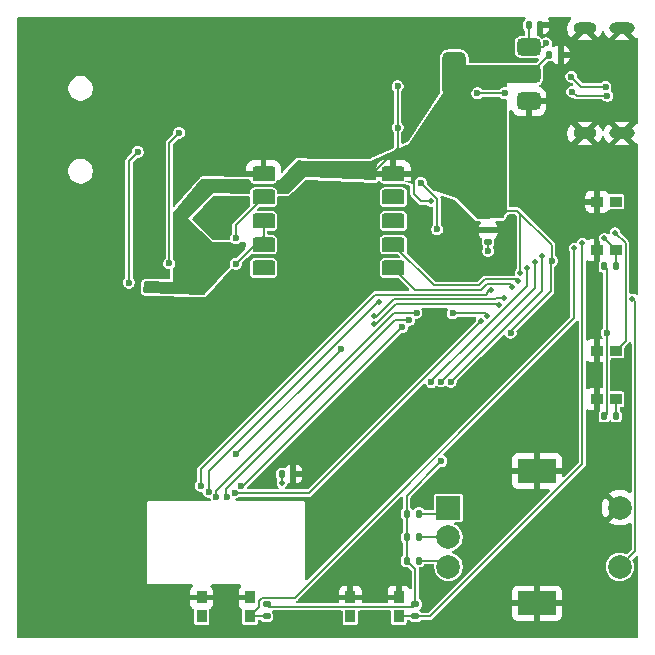
<source format=gbr>
%TF.GenerationSoftware,KiCad,Pcbnew,9.0.6*%
%TF.CreationDate,2025-12-31T21:00:04+02:00*%
%TF.ProjectId,MiPi,4d695069-2e6b-4696-9361-645f70636258,1.0*%
%TF.SameCoordinates,Original*%
%TF.FileFunction,Copper,L1,Top*%
%TF.FilePolarity,Positive*%
%FSLAX46Y46*%
G04 Gerber Fmt 4.6, Leading zero omitted, Abs format (unit mm)*
G04 Created by KiCad (PCBNEW 9.0.6) date 2025-12-31 21:00:04*
%MOMM*%
%LPD*%
G01*
G04 APERTURE LIST*
G04 Aperture macros list*
%AMRoundRect*
0 Rectangle with rounded corners*
0 $1 Rounding radius*
0 $2 $3 $4 $5 $6 $7 $8 $9 X,Y pos of 4 corners*
0 Add a 4 corners polygon primitive as box body*
4,1,4,$2,$3,$4,$5,$6,$7,$8,$9,$2,$3,0*
0 Add four circle primitives for the rounded corners*
1,1,$1+$1,$2,$3*
1,1,$1+$1,$4,$5*
1,1,$1+$1,$6,$7*
1,1,$1+$1,$8,$9*
0 Add four rect primitives between the rounded corners*
20,1,$1+$1,$2,$3,$4,$5,0*
20,1,$1+$1,$4,$5,$6,$7,0*
20,1,$1+$1,$6,$7,$8,$9,0*
20,1,$1+$1,$8,$9,$2,$3,0*%
G04 Aperture macros list end*
%TA.AperFunction,SMDPad,CuDef*%
%ADD10RoundRect,0.190500X0.762000X0.444500X-0.762000X0.444500X-0.762000X-0.444500X0.762000X-0.444500X0*%
%TD*%
%TA.AperFunction,SMDPad,CuDef*%
%ADD11RoundRect,0.140000X-0.140000X-0.170000X0.140000X-0.170000X0.140000X0.170000X-0.140000X0.170000X0*%
%TD*%
%TA.AperFunction,SMDPad,CuDef*%
%ADD12R,1.000000X0.900000*%
%TD*%
%TA.AperFunction,SMDPad,CuDef*%
%ADD13R,0.900000X1.000000*%
%TD*%
%TA.AperFunction,SMDPad,CuDef*%
%ADD14RoundRect,0.135000X0.135000X0.185000X-0.135000X0.185000X-0.135000X-0.185000X0.135000X-0.185000X0*%
%TD*%
%TA.AperFunction,SMDPad,CuDef*%
%ADD15RoundRect,0.140000X0.170000X-0.140000X0.170000X0.140000X-0.170000X0.140000X-0.170000X-0.140000X0*%
%TD*%
%TA.AperFunction,SMDPad,CuDef*%
%ADD16RoundRect,0.135000X-0.135000X-0.185000X0.135000X-0.185000X0.135000X0.185000X-0.135000X0.185000X0*%
%TD*%
%TA.AperFunction,SMDPad,CuDef*%
%ADD17RoundRect,0.135000X0.185000X-0.135000X0.185000X0.135000X-0.185000X0.135000X-0.185000X-0.135000X0*%
%TD*%
%TA.AperFunction,SMDPad,CuDef*%
%ADD18RoundRect,0.375000X0.625000X0.375000X-0.625000X0.375000X-0.625000X-0.375000X0.625000X-0.375000X0*%
%TD*%
%TA.AperFunction,SMDPad,CuDef*%
%ADD19RoundRect,0.500000X0.500000X1.400000X-0.500000X1.400000X-0.500000X-1.400000X0.500000X-1.400000X0*%
%TD*%
%TA.AperFunction,ComponentPad*%
%ADD20R,2.000000X2.000000*%
%TD*%
%TA.AperFunction,ComponentPad*%
%ADD21C,2.000000*%
%TD*%
%TA.AperFunction,ComponentPad*%
%ADD22R,3.200000X2.000000*%
%TD*%
%TA.AperFunction,ComponentPad*%
%ADD23C,0.600000*%
%TD*%
%TA.AperFunction,HeatsinkPad*%
%ADD24O,2.150000X0.950000*%
%TD*%
%TA.AperFunction,HeatsinkPad*%
%ADD25O,1.950000X0.950000*%
%TD*%
%TA.AperFunction,ViaPad*%
%ADD26C,0.600000*%
%TD*%
%TA.AperFunction,ViaPad*%
%ADD27C,0.500000*%
%TD*%
%TA.AperFunction,Conductor*%
%ADD28C,0.200000*%
%TD*%
G04 APERTURE END LIST*
D10*
%TO.P,U3,1,SDA*%
%TO.N,/GP9*%
X106990000Y-79120000D03*
%TO.P,U3,2,SCL*%
%TO.N,/GP8*%
X106990000Y-77120000D03*
%TO.P,U3,3,NC*%
%TO.N,unconnected-(U3-NC-Pad3)*%
X106990000Y-75120000D03*
%TO.P,U3,4,NC*%
%TO.N,unconnected-(U3-NC-Pad4)*%
X106990000Y-73120000D03*
%TO.P,U3,5,VCC*%
%TO.N,+3.3V*%
X106990000Y-71120000D03*
%TO.P,U3,6,GND*%
%TO.N,GND*%
X95990000Y-71120000D03*
%TO.P,U3,7,LOUT*%
%TO.N,/peripherals/FM_LOUT*%
X95990000Y-73120000D03*
%TO.P,U3,8,ROUT*%
%TO.N,/peripherals/FM_ROUT*%
X95990000Y-75120000D03*
%TO.P,U3,9,NC*%
%TO.N,unconnected-(U3-NC-Pad9)*%
X95990000Y-77120000D03*
%TO.P,U3,10,ANT*%
%TO.N,/peripherals/FM_ANT*%
X95990000Y-79120000D03*
%TD*%
D11*
%TO.P,C39,1*%
%TO.N,+3.3V*%
X120200000Y-61050000D03*
%TO.P,C39,2*%
%TO.N,GND*%
X121160000Y-61050000D03*
%TD*%
D12*
%TO.P,SW6,1,1*%
%TO.N,/GP0*%
X125850000Y-86100000D03*
X125850000Y-90200000D03*
%TO.P,SW6,2,2*%
%TO.N,GND*%
X124250000Y-86100000D03*
X124250000Y-90200000D03*
%TD*%
D13*
%TO.P,SW5,1,1*%
%TO.N,GND*%
X103350000Y-107000000D03*
X107450000Y-107000000D03*
%TO.P,SW5,2,2*%
%TO.N,/GP2*%
X103350000Y-108600000D03*
X107450000Y-108600000D03*
%TD*%
D14*
%TO.P,R18,1*%
%TO.N,/GP6*%
X109150000Y-99900000D03*
%TO.P,R18,2*%
%TO.N,+3.3V*%
X108130000Y-99900000D03*
%TD*%
D15*
%TO.P,C11,1*%
%TO.N,+1V1*%
X115010000Y-76880000D03*
%TO.P,C11,2*%
%TO.N,GND*%
X115010000Y-75920000D03*
%TD*%
D16*
%TO.P,R19,1*%
%TO.N,+3.3V*%
X124840000Y-78950000D03*
%TO.P,R19,2*%
%TO.N,/GP1*%
X125860000Y-78950000D03*
%TD*%
D14*
%TO.P,R17,1*%
%TO.N,/GP5*%
X109150000Y-101890000D03*
%TO.P,R17,2*%
%TO.N,+3.3V*%
X108130000Y-101890000D03*
%TD*%
D17*
%TO.P,R15,1*%
%TO.N,/GP3*%
X96250000Y-108610000D03*
%TO.P,R15,2*%
%TO.N,+3.3V*%
X96250000Y-107590000D03*
%TD*%
D18*
%TO.P,U6,1,GND*%
%TO.N,GND*%
X118450000Y-65000000D03*
%TO.P,U6,2,VO*%
%TO.N,+3.3V*%
X118450000Y-62700000D03*
D19*
X112150000Y-62700000D03*
D18*
%TO.P,U6,3,VI*%
%TO.N,+5V*%
X118450000Y-60400000D03*
%TD*%
D13*
%TO.P,SW4,1,1*%
%TO.N,GND*%
X90750000Y-107000000D03*
X94850000Y-107000000D03*
%TO.P,SW4,2,2*%
%TO.N,/GP3*%
X90750000Y-108600000D03*
X94850000Y-108600000D03*
%TD*%
D14*
%TO.P,R16,1*%
%TO.N,/GP4*%
X109150000Y-103880000D03*
%TO.P,R16,2*%
%TO.N,+3.3V*%
X108130000Y-103880000D03*
%TD*%
D20*
%TO.P,SW3,A,A*%
%TO.N,/GP6*%
X111650000Y-99400000D03*
D21*
%TO.P,SW3,B,B*%
%TO.N,/GP4*%
X111650000Y-104400000D03*
%TO.P,SW3,C,C*%
%TO.N,/GP5*%
X111650000Y-101900000D03*
D22*
%TO.P,SW3,MP,MP*%
%TO.N,GND*%
X119150000Y-96300000D03*
X119150000Y-107500000D03*
D21*
%TO.P,SW3,S1,S1*%
%TO.N,/GP13*%
X126150000Y-104400000D03*
%TO.P,SW3,S2,S2*%
%TO.N,GND*%
X126150000Y-99400000D03*
%TD*%
D17*
%TO.P,R14,1*%
%TO.N,/GP2*%
X108850000Y-108600000D03*
%TO.P,R14,2*%
%TO.N,+3.3V*%
X108850000Y-107580000D03*
%TD*%
D11*
%TO.P,C38,1*%
%TO.N,+5V*%
X118440000Y-58550000D03*
%TO.P,C38,2*%
%TO.N,GND*%
X119400000Y-58550000D03*
%TD*%
D12*
%TO.P,SW7,1,1*%
%TO.N,/GP1*%
X125850000Y-73500000D03*
X125850000Y-77600000D03*
%TO.P,SW7,2,2*%
%TO.N,GND*%
X124250000Y-73500000D03*
X124250000Y-77600000D03*
%TD*%
D11*
%TO.P,C23,1*%
%TO.N,Net-(U2-VSL)*%
X97550000Y-96560000D03*
%TO.P,C23,2*%
%TO.N,GND*%
X98510000Y-96560000D03*
%TD*%
D16*
%TO.P,R20,1*%
%TO.N,+3.3V*%
X124840000Y-91650000D03*
%TO.P,R20,2*%
%TO.N,/GP0*%
X125860000Y-91650000D03*
%TD*%
D23*
%TO.P,U1,61,GND*%
%TO.N,GND*%
X114050000Y-79825000D03*
X114050000Y-78450000D03*
X114050000Y-77075000D03*
X112675000Y-79825000D03*
X112675000Y-78450000D03*
X112675000Y-77075000D03*
X111300000Y-79825000D03*
X111300000Y-78450000D03*
X111300000Y-77075000D03*
%TD*%
D24*
%TO.P,J3,S1,SHIELD*%
%TO.N,GND*%
X126375000Y-58800000D03*
D25*
X123175000Y-58800000D03*
D24*
X126375000Y-67700000D03*
D25*
X123175000Y-67700000D03*
%TD*%
D26*
%TO.N,GND*%
X117700000Y-73620000D03*
X119320000Y-75130000D03*
X116830000Y-74880000D03*
X94480000Y-69570000D03*
X125060000Y-72200000D03*
X118280000Y-74100000D03*
X117120000Y-75440000D03*
X105830000Y-59140000D03*
X109130000Y-62550000D03*
X109200000Y-65470000D03*
X81730000Y-62830000D03*
X84200000Y-66880000D03*
X87270000Y-62860000D03*
X85390000Y-95070000D03*
X86740000Y-89760000D03*
X83950000Y-86350000D03*
X86740000Y-86360000D03*
X83950000Y-84400000D03*
X86710000Y-84430000D03*
X92230000Y-81670000D03*
X94190000Y-79880000D03*
X94260000Y-81660000D03*
X101910000Y-78500000D03*
X97730000Y-75150000D03*
X117800000Y-70820000D03*
X117470000Y-68850000D03*
X117440000Y-67050000D03*
X123100000Y-70620000D03*
X118820000Y-74650000D03*
X122570000Y-71950000D03*
X123910000Y-88170000D03*
X92740000Y-106750000D03*
%TO.N,+3.3V*%
X116112500Y-74270000D03*
X86625000Y-80860000D03*
X120410000Y-78490000D03*
X88680000Y-75000000D03*
X113480000Y-73630000D03*
X107350000Y-67210000D03*
X105203011Y-71130063D03*
X98800000Y-71450000D03*
D27*
X110129999Y-73472817D03*
D26*
X111050000Y-95448527D03*
D27*
X117730885Y-79521176D03*
D26*
X116920000Y-84590000D03*
X107350000Y-63710000D03*
X93701000Y-94869000D03*
X125050000Y-84590000D03*
X93515487Y-77755001D03*
X102559265Y-85969265D03*
D27*
%TO.N,GND*%
X114830000Y-89930000D03*
X114370000Y-87120000D03*
X110840000Y-90630000D03*
X105370000Y-108850000D03*
X110240000Y-106310000D03*
D26*
X105440000Y-74130000D03*
D27*
X117820000Y-86110000D03*
D26*
X101090000Y-73040000D03*
D27*
X116010000Y-88810000D03*
D26*
X91273000Y-94495000D03*
X95810000Y-90020000D03*
X120910000Y-82690000D03*
X120920000Y-80780000D03*
X88840000Y-92480000D03*
D27*
X105440000Y-74680000D03*
X111140000Y-84110000D03*
D26*
X102410000Y-92440000D03*
X92660000Y-74440000D03*
X99800000Y-82380000D03*
D27*
X105330000Y-107030000D03*
X110920000Y-93340000D03*
X105220000Y-87630000D03*
D26*
X80920000Y-82100000D03*
X118910000Y-85360000D03*
X108310000Y-86600000D03*
D27*
X96040000Y-97560000D03*
D26*
X92070000Y-89590000D03*
X99460000Y-78600000D03*
X92690000Y-93250000D03*
X101060000Y-67780000D03*
D27*
X108590000Y-90880000D03*
D26*
X98720000Y-83310000D03*
D27*
X113230000Y-88370000D03*
X105440000Y-73580000D03*
D26*
%TO.N,+1V1*%
X115010000Y-77650000D03*
D27*
%TO.N,Net-(U2-VSL)*%
X97550001Y-97293748D03*
D26*
%TO.N,Net-(C36-Pad1)*%
X84600000Y-80350000D03*
X85350000Y-69275000D03*
%TO.N,Net-(C37-Pad1)*%
X88850000Y-67650000D03*
X88000000Y-78710000D03*
%TO.N,+5V*%
X119950000Y-60075937D03*
%TO.N,Net-(J3-CC2)*%
X122137288Y-64179675D03*
X125104657Y-64534911D03*
%TO.N,/USB_D+*%
X122050000Y-62900000D03*
X124950000Y-63750000D03*
%TO.N,Net-(U1-VREG_LX)*%
X109322500Y-71887500D03*
X110680319Y-75829426D03*
D27*
%TO.N,Net-(U1-RUN)*%
X114954077Y-83161654D03*
D26*
X112000000Y-82950000D03*
%TO.N,Net-(U1-USB_DM)*%
X114100000Y-64300000D03*
X116400000Y-64300000D03*
%TO.N,/GP19*%
X91348438Y-98052237D03*
D27*
X105745907Y-82023566D03*
D26*
%TO.N,/GP18*%
X108950000Y-82900000D03*
X92000000Y-98525000D03*
%TO.N,/GP16*%
X94125000Y-97550293D03*
X107725730Y-84100000D03*
%TO.N,/GP17*%
X92873502Y-98528160D03*
X108335421Y-83500000D03*
%TO.N,/GP15*%
X93558899Y-98115565D03*
D27*
X114425000Y-83620000D03*
%TO.N,/GP14*%
X115212471Y-80999008D03*
D26*
X90670190Y-97545002D03*
D27*
%TO.N,/GP2*%
X122990000Y-77000000D03*
%TO.N,/GP3*%
X122280000Y-77400000D03*
D26*
%TO.N,/GP4*%
X111863831Y-88726773D03*
D27*
X119573020Y-78064291D03*
%TO.N,/GP5*%
X118960392Y-78600000D03*
D26*
X111006514Y-88717984D03*
%TO.N,/GP6*%
X110200000Y-88760000D03*
D27*
X118290000Y-79100000D03*
D26*
%TO.N,/peripherals/FM_LOUT*%
X93643433Y-76591851D03*
%TO.N,/peripherals/FM_ROUT*%
X93650000Y-78764598D03*
D27*
%TO.N,/GP1*%
X124855000Y-76605000D03*
%TO.N,/GP0*%
X125760000Y-76110000D03*
%TO.N,/GP8*%
X117560000Y-80200000D03*
%TO.N,/GP9*%
X117068781Y-80698702D03*
%TO.N,/GP11*%
X116314380Y-81629464D03*
X105375897Y-83171394D03*
%TO.N,/GP12*%
X115912865Y-82202865D03*
X105321818Y-83869302D03*
%TO.N,/GP13*%
X127216753Y-81704977D03*
%TD*%
D28*
%TO.N,+3.3V*%
X120410000Y-77190000D02*
X117490000Y-74270000D01*
X120410000Y-78490000D02*
X120410000Y-77190000D01*
X117490000Y-74270000D02*
X116890000Y-74270000D01*
X117738980Y-74518980D02*
X117490000Y-74270000D01*
X117738980Y-79513081D02*
X117738980Y-74518980D01*
X117730885Y-79521176D02*
X117738980Y-79513081D01*
X116890000Y-74270000D02*
X116557961Y-74270000D01*
X108630000Y-107800000D02*
X108850000Y-107580000D01*
X98800000Y-71450000D02*
X98066000Y-72184000D01*
X102559265Y-85969265D02*
X102559265Y-86010735D01*
X106990000Y-71120000D02*
X99130000Y-71120000D01*
X113480000Y-73630000D02*
X110970000Y-71120000D01*
X108850000Y-104600000D02*
X108130000Y-103880000D01*
X118450000Y-62700000D02*
X118550000Y-62700000D01*
X93515487Y-77755001D02*
X91435001Y-77755001D01*
X116920000Y-84450000D02*
X120319000Y-81051000D01*
X116557961Y-74270000D02*
X116112500Y-74270000D01*
X99130000Y-71120000D02*
X98800000Y-71450000D01*
X108130000Y-103880000D02*
X108130000Y-101890000D01*
X114120000Y-74270000D02*
X113480000Y-73630000D01*
X102559265Y-86010735D02*
X93701000Y-94869000D01*
X110129999Y-73472817D02*
X109365306Y-73472817D01*
X124840000Y-91650000D02*
X125050000Y-91440000D01*
X108721500Y-71138500D02*
X108740000Y-71120000D01*
X98066000Y-72184000D02*
X91496000Y-72184000D01*
X116920000Y-84590000D02*
X116920000Y-84450000D01*
X96460000Y-107800000D02*
X108630000Y-107800000D01*
X118550000Y-62700000D02*
X120200000Y-61050000D01*
X107350000Y-68983074D02*
X105203011Y-71130063D01*
X125050000Y-79160000D02*
X124840000Y-78950000D01*
X93515487Y-77755001D02*
X90410488Y-80860000D01*
X125050000Y-84590000D02*
X125050000Y-79160000D01*
X116112500Y-74270000D02*
X114120000Y-74270000D01*
X120319000Y-81051000D02*
X120319000Y-78581000D01*
X107350000Y-67210000D02*
X107350000Y-68983074D01*
X96250000Y-107590000D02*
X96460000Y-107800000D01*
X110970000Y-71120000D02*
X108740000Y-71120000D01*
X107350000Y-63710000D02*
X107350000Y-67210000D01*
X108130000Y-101890000D02*
X108130000Y-99900000D01*
X108850000Y-107580000D02*
X108850000Y-104600000D01*
X91496000Y-72184000D02*
X88680000Y-75000000D01*
X109365306Y-73472817D02*
X108721500Y-72829011D01*
X120319000Y-78581000D02*
X120410000Y-78490000D01*
X108740000Y-71120000D02*
X106990000Y-71120000D01*
X108721500Y-72829011D02*
X108721500Y-71138500D01*
X108130000Y-99900000D02*
X108130000Y-98368527D01*
X90410488Y-80860000D02*
X86625000Y-80860000D01*
X91435001Y-77755001D02*
X88680000Y-75000000D01*
X125050000Y-91440000D02*
X125050000Y-84590000D01*
X108130000Y-98368527D02*
X111050000Y-95448527D01*
%TO.N,+1V1*%
X115010000Y-77650000D02*
X115010000Y-76880000D01*
%TO.N,Net-(U2-VSL)*%
X97550000Y-96560000D02*
X97550001Y-97293748D01*
%TO.N,Net-(C36-Pad1)*%
X85350000Y-69275000D02*
X84600000Y-70025000D01*
X84600000Y-70025000D02*
X84600000Y-80350000D01*
%TO.N,Net-(C37-Pad1)*%
X88000000Y-68500000D02*
X88000000Y-78710000D01*
X88850000Y-67650000D02*
X88000000Y-68500000D01*
%TO.N,+5V*%
X118450000Y-58560000D02*
X118440000Y-58550000D01*
X118450000Y-60400000D02*
X119625937Y-60400000D01*
X119625937Y-60400000D02*
X119950000Y-60075937D01*
X118450000Y-60400000D02*
X118450000Y-58560000D01*
%TO.N,Net-(J3-CC2)*%
X122492524Y-64534911D02*
X122137288Y-64179675D01*
X125104657Y-64534911D02*
X122492524Y-64534911D01*
%TO.N,/USB_D+*%
X122900000Y-63750000D02*
X124950000Y-63750000D01*
X122050000Y-62900000D02*
X122900000Y-63750000D01*
%TO.N,Net-(U1-VREG_LX)*%
X110680319Y-73245319D02*
X109322500Y-71887500D01*
X110680319Y-75829426D02*
X110680319Y-73245319D01*
%TO.N,Net-(U1-RUN)*%
X114954077Y-83161654D02*
X114742423Y-82950000D01*
X114742423Y-82950000D02*
X112000000Y-82950000D01*
%TO.N,Net-(U1-USB_DM)*%
X114100000Y-64300000D02*
X116400000Y-64300000D01*
%TO.N,/GP19*%
X91348665Y-98057764D02*
X91257564Y-97966663D01*
X91348438Y-96331562D02*
X91348438Y-98052237D01*
X105745907Y-82023566D02*
X105656434Y-82023566D01*
X105656434Y-82023566D02*
X91348438Y-96331562D01*
%TO.N,/GP18*%
X92000000Y-98525000D02*
X92000000Y-97968938D01*
X107068938Y-82900000D02*
X108950000Y-82900000D01*
X92000000Y-97968938D02*
X107068938Y-82900000D01*
%TO.N,/GP16*%
X94125000Y-97550293D02*
X94130291Y-97545002D01*
X94280728Y-97545002D02*
X107725730Y-84100000D01*
X94130291Y-97545002D02*
X94280728Y-97545002D01*
%TO.N,/GP17*%
X92825906Y-98219971D02*
X92825906Y-97819153D01*
X92773289Y-98528160D02*
X92693635Y-98448506D01*
X97245059Y-93400000D02*
X97250000Y-93400000D01*
X92873502Y-98528160D02*
X92773289Y-98528160D01*
X107150000Y-83500000D02*
X108335421Y-83500000D01*
X92825906Y-97819153D02*
X97245059Y-93400000D01*
X97250000Y-93400000D02*
X107150000Y-83500000D01*
%TO.N,/GP15*%
X99874707Y-98150293D02*
X93593627Y-98150293D01*
X114405000Y-83620000D02*
X99874707Y-98150293D01*
X93593627Y-98150293D02*
X93558899Y-98115565D01*
X114425000Y-83620000D02*
X114405000Y-83620000D01*
%TO.N,/GP14*%
X114042015Y-81360000D02*
X105465057Y-81360000D01*
X115021218Y-80999008D02*
X115008718Y-81011508D01*
X115008718Y-81171282D02*
X114819492Y-81360508D01*
X90670190Y-96154867D02*
X90670190Y-97545002D01*
X105465057Y-81360000D02*
X90670190Y-96154867D01*
X114042523Y-81360508D02*
X114042015Y-81360000D01*
X114819492Y-81360508D02*
X114042523Y-81360508D01*
X90670190Y-97545002D02*
X90804998Y-97545002D01*
X115008718Y-81011508D02*
X115008718Y-81171282D01*
X115212471Y-80999008D02*
X115021218Y-80999008D01*
%TO.N,/GP2*%
X110052000Y-108600000D02*
X108850000Y-108600000D01*
X122990000Y-77000000D02*
X122990000Y-95662000D01*
X107450000Y-108600000D02*
X108850000Y-108600000D01*
X122990000Y-95662000D02*
X110052000Y-108600000D01*
%TO.N,/GP3*%
X95629000Y-107821000D02*
X94850000Y-108600000D01*
X122280000Y-77400000D02*
X122280000Y-83370000D01*
X95880660Y-107019000D02*
X95629000Y-107270660D01*
X96240000Y-108600000D02*
X96250000Y-108610000D01*
X94850000Y-108600000D02*
X96240000Y-108600000D01*
X95629000Y-107270660D02*
X95629000Y-107821000D01*
X98631000Y-107019000D02*
X95880660Y-107019000D01*
X122280000Y-83370000D02*
X98631000Y-107019000D01*
%TO.N,/GP4*%
X111863831Y-88726773D02*
X119573020Y-81017584D01*
X109150000Y-103880000D02*
X111130000Y-103880000D01*
X111130000Y-103880000D02*
X111650000Y-104400000D01*
X119573020Y-81017584D02*
X119573020Y-78064291D01*
%TO.N,/GP5*%
X118970000Y-78743093D02*
X118970000Y-80772075D01*
X111163880Y-88560618D02*
X111006514Y-88717984D01*
X118960392Y-78600000D02*
X118960392Y-78733485D01*
X118970000Y-80772075D02*
X111181457Y-88560618D01*
X118960392Y-78733485D02*
X118970000Y-78743093D01*
X111181457Y-88560618D02*
X111163880Y-88560618D01*
X111640000Y-101890000D02*
X111650000Y-101900000D01*
X109150000Y-101890000D02*
X111640000Y-101890000D01*
%TO.N,/GP6*%
X111150000Y-99900000D02*
X111650000Y-99400000D01*
X114220000Y-84673548D02*
X114201007Y-84673548D01*
X109150000Y-99900000D02*
X111150000Y-99900000D01*
X114201007Y-84673548D02*
X110200000Y-88674555D01*
X118290000Y-79100000D02*
X118293895Y-79103895D01*
X118293895Y-80599653D02*
X114220000Y-84673548D01*
X110200000Y-88674555D02*
X110200000Y-88760000D01*
X118293895Y-79103895D02*
X118293895Y-80599653D01*
%TO.N,/peripherals/FM_LOUT*%
X95990000Y-73120000D02*
X93643433Y-75466567D01*
X93643433Y-75466567D02*
X93643433Y-76591851D01*
%TO.N,/peripherals/FM_ROUT*%
X95990000Y-76424598D02*
X93650000Y-78764598D01*
X95990000Y-75120000D02*
X95990000Y-76424598D01*
%TO.N,/GP1*%
X125860000Y-77610000D02*
X125850000Y-77600000D01*
X125860000Y-78950000D02*
X125860000Y-77610000D01*
X124855000Y-76605000D02*
X125850000Y-77600000D01*
%TO.N,/GP0*%
X125860000Y-91650000D02*
X125860000Y-90210000D01*
X125860000Y-90210000D02*
X125850000Y-90200000D01*
X126651000Y-85299000D02*
X125850000Y-86100000D01*
X126651000Y-77001000D02*
X126651000Y-85299000D01*
X125760000Y-76110000D02*
X126651000Y-77001000D01*
%TO.N,/GP8*%
X117560000Y-80200000D02*
X117560000Y-80116105D01*
X117408000Y-80048000D02*
X117560000Y-80200000D01*
X114764900Y-80048000D02*
X117408000Y-80048000D01*
X114254900Y-80558000D02*
X114764900Y-80048000D01*
X110428000Y-80558000D02*
X114254900Y-80558000D01*
X106990000Y-77120000D02*
X110428000Y-80558000D01*
%TO.N,/GP9*%
X115248458Y-80449000D02*
X114931000Y-80449000D01*
X114931000Y-80449000D02*
X114421000Y-80959000D01*
X114421000Y-80959000D02*
X108829000Y-80959000D01*
X108829000Y-80959000D02*
X106990000Y-79120000D01*
X115250000Y-80450000D02*
X115249729Y-80450271D01*
X117068781Y-80698702D02*
X116820079Y-80450000D01*
X115249729Y-80450271D02*
X115248458Y-80449000D01*
X116820079Y-80450000D02*
X115250000Y-80450000D01*
%TO.N,/GP11*%
X115707034Y-81629464D02*
X116314380Y-81629464D01*
X115574990Y-81761508D02*
X107041392Y-81761508D01*
X115574990Y-81761508D02*
X115707034Y-81629464D01*
X105494503Y-83290000D02*
X105375897Y-83171394D01*
X107041392Y-81761508D02*
X105512900Y-83290000D01*
X105512900Y-83290000D02*
X105494503Y-83290000D01*
%TO.N,/GP12*%
X105500698Y-83869302D02*
X105321818Y-83869302D01*
X107207492Y-82162508D02*
X105500698Y-83869302D01*
X115872508Y-82162508D02*
X107207492Y-82162508D01*
X115912865Y-82202865D02*
X115872508Y-82162508D01*
%TO.N,/GP13*%
X127216753Y-81704977D02*
X127451000Y-81939224D01*
X127451000Y-81939224D02*
X127451000Y-103099000D01*
X127451000Y-103099000D02*
X126150000Y-104400000D01*
%TD*%
%TA.AperFunction,Conductor*%
%TO.N,GND*%
G36*
X118137536Y-57870185D02*
G01*
X118183291Y-57922989D01*
X118193235Y-57992147D01*
X118164210Y-58055703D01*
X118122902Y-58086882D01*
X118101683Y-58096776D01*
X118016776Y-58181683D01*
X117966027Y-58290514D01*
X117959500Y-58340098D01*
X117959500Y-58759894D01*
X117959501Y-58759900D01*
X117966028Y-58809487D01*
X117966029Y-58809489D01*
X117966029Y-58809490D01*
X118016776Y-58918316D01*
X118105412Y-59006952D01*
X118106703Y-59007542D01*
X118107963Y-59009503D01*
X118109355Y-59010895D01*
X118109052Y-59011197D01*
X118122270Y-59031765D01*
X118140248Y-59054257D01*
X118141803Y-59062160D01*
X118144477Y-59066320D01*
X118149500Y-59101255D01*
X118149500Y-59325500D01*
X118129815Y-59392539D01*
X118077011Y-59438294D01*
X118025500Y-59449500D01*
X117787272Y-59449500D01*
X117674764Y-59464313D01*
X117674763Y-59464313D01*
X117534770Y-59522300D01*
X117534767Y-59522301D01*
X117534767Y-59522302D01*
X117431362Y-59601648D01*
X117414549Y-59614549D01*
X117322300Y-59734770D01*
X117264313Y-59874763D01*
X117264313Y-59874764D01*
X117249500Y-59987272D01*
X117249500Y-60812727D01*
X117256358Y-60864815D01*
X117264313Y-60925236D01*
X117322302Y-61065233D01*
X117414549Y-61185451D01*
X117534767Y-61277698D01*
X117674764Y-61335687D01*
X117787280Y-61350500D01*
X117787287Y-61350500D01*
X119112713Y-61350500D01*
X119112720Y-61350500D01*
X119167217Y-61343325D01*
X119196835Y-61347943D01*
X119226735Y-61350082D01*
X119230994Y-61353270D01*
X119236251Y-61354090D01*
X119258668Y-61373986D01*
X119282669Y-61391953D01*
X119284528Y-61396939D01*
X119288507Y-61400470D01*
X119296609Y-61429328D01*
X119307086Y-61457418D01*
X119305955Y-61462616D01*
X119307393Y-61467738D01*
X119298606Y-61496398D01*
X119292234Y-61525691D01*
X119287816Y-61531592D01*
X119286913Y-61534539D01*
X119271085Y-61553943D01*
X119111846Y-61713182D01*
X119050525Y-61746666D01*
X119024167Y-61749500D01*
X118554461Y-61749500D01*
X118519525Y-61744477D01*
X118513905Y-61742826D01*
X118513256Y-61742732D01*
X118456000Y-61734500D01*
X118455996Y-61734500D01*
X113474500Y-61734500D01*
X113407461Y-61714815D01*
X113361706Y-61662011D01*
X113350500Y-61610500D01*
X113350500Y-61243386D01*
X113344086Y-61172807D01*
X113344086Y-61172804D01*
X113293478Y-61010394D01*
X113205472Y-60864815D01*
X113205470Y-60864813D01*
X113205469Y-60864811D01*
X113085188Y-60744530D01*
X112939606Y-60656522D01*
X112834608Y-60623804D01*
X112777196Y-60605914D01*
X112777194Y-60605913D01*
X112777192Y-60605913D01*
X112727778Y-60601423D01*
X112706616Y-60599500D01*
X111593384Y-60599500D01*
X111574145Y-60601248D01*
X111522807Y-60605913D01*
X111360393Y-60656522D01*
X111214811Y-60744530D01*
X111094530Y-60864811D01*
X111006522Y-61010393D01*
X110955913Y-61172807D01*
X110950782Y-61229275D01*
X110949500Y-61243384D01*
X110949500Y-64156616D01*
X110954025Y-64206412D01*
X110956508Y-64233730D01*
X110954039Y-64233954D01*
X110948786Y-64292398D01*
X110936347Y-64316095D01*
X108186525Y-68409742D01*
X108132803Y-68454416D01*
X108102017Y-68463222D01*
X108051626Y-68470793D01*
X108051600Y-68470799D01*
X107995596Y-68487629D01*
X107995589Y-68487632D01*
X107826726Y-68566048D01*
X107757632Y-68576430D01*
X107693893Y-68547809D01*
X107655747Y-68489272D01*
X107650500Y-68453583D01*
X107650500Y-67668676D01*
X107670185Y-67601637D01*
X107686819Y-67580995D01*
X107695266Y-67572548D01*
X107750500Y-67517314D01*
X107816392Y-67403186D01*
X107850500Y-67275892D01*
X107850500Y-67144108D01*
X107816392Y-67016814D01*
X107750500Y-66902686D01*
X107686818Y-66839004D01*
X107653334Y-66777680D01*
X107650500Y-66751323D01*
X107650500Y-64168676D01*
X107670185Y-64101637D01*
X107686819Y-64080995D01*
X107717314Y-64050500D01*
X107750500Y-64017314D01*
X107816392Y-63903186D01*
X107850500Y-63775892D01*
X107850500Y-63644108D01*
X107816392Y-63516814D01*
X107750500Y-63402686D01*
X107657314Y-63309500D01*
X107600250Y-63276554D01*
X107543187Y-63243608D01*
X107474616Y-63225235D01*
X107415892Y-63209500D01*
X107284108Y-63209500D01*
X107156812Y-63243608D01*
X107042686Y-63309500D01*
X107042683Y-63309502D01*
X106949502Y-63402683D01*
X106949500Y-63402686D01*
X106883608Y-63516812D01*
X106849500Y-63644108D01*
X106849500Y-63775891D01*
X106883608Y-63903187D01*
X106906702Y-63943186D01*
X106949500Y-64017314D01*
X106949502Y-64017316D01*
X107013181Y-64080995D01*
X107046666Y-64142318D01*
X107049500Y-64168676D01*
X107049500Y-66751323D01*
X107029815Y-66818362D01*
X107013182Y-66839004D01*
X106949500Y-66902686D01*
X106883608Y-67016812D01*
X106849500Y-67144108D01*
X106849500Y-67275891D01*
X106883608Y-67403187D01*
X106914569Y-67456812D01*
X106949500Y-67517314D01*
X106949502Y-67517316D01*
X107013181Y-67580995D01*
X107046666Y-67642318D01*
X107049500Y-67668676D01*
X107049500Y-68807239D01*
X107040855Y-68836676D01*
X107034332Y-68866667D01*
X107030576Y-68871683D01*
X107029815Y-68874278D01*
X107013181Y-68894921D01*
X106937386Y-68970715D01*
X106901931Y-68995498D01*
X105120035Y-69822965D01*
X105067809Y-69834500D01*
X99691885Y-69834500D01*
X99682945Y-69834177D01*
X99661277Y-69832610D01*
X99440518Y-69816650D01*
X99440479Y-69816648D01*
X98924979Y-69779383D01*
X98924972Y-69779383D01*
X98924971Y-69779383D01*
X98911250Y-69779539D01*
X98890658Y-69779774D01*
X98849731Y-69783672D01*
X98849732Y-69783673D01*
X98848807Y-69783762D01*
X98848800Y-69783764D01*
X98762085Y-69812816D01*
X98702437Y-69849196D01*
X98657343Y-69886450D01*
X97658277Y-70986093D01*
X97598627Y-71022475D01*
X97528777Y-71020832D01*
X97470903Y-70981686D01*
X97443380Y-70917465D01*
X97442499Y-70902709D01*
X97442499Y-70619691D01*
X97436178Y-70550124D01*
X97436176Y-70550116D01*
X97386291Y-70390029D01*
X97386290Y-70390027D01*
X97299545Y-70246532D01*
X97299542Y-70246528D01*
X97180971Y-70127957D01*
X97180967Y-70127954D01*
X97037473Y-70041210D01*
X96877376Y-69991322D01*
X96807798Y-69985000D01*
X96240000Y-69985000D01*
X96240000Y-70996000D01*
X96220315Y-71063039D01*
X96167511Y-71108794D01*
X96116000Y-71120000D01*
X95990000Y-71120000D01*
X95990000Y-71246000D01*
X95970315Y-71313039D01*
X95917511Y-71358794D01*
X95866000Y-71370000D01*
X94522398Y-71370000D01*
X94494335Y-71385322D01*
X94466855Y-71388149D01*
X90829627Y-71355034D01*
X90829626Y-71355034D01*
X90829622Y-71355034D01*
X90817777Y-71355817D01*
X90798817Y-71357071D01*
X90762061Y-71362298D01*
X90762058Y-71362299D01*
X90678867Y-71393533D01*
X90678861Y-71393536D01*
X90620313Y-71431655D01*
X90620303Y-71431662D01*
X90576344Y-71470211D01*
X90576328Y-71470228D01*
X88518693Y-73873547D01*
X88460141Y-73911670D01*
X88390272Y-73912084D01*
X88331271Y-73874660D01*
X88301869Y-73811277D01*
X88300500Y-73792902D01*
X88300500Y-70619701D01*
X94537500Y-70619701D01*
X94537500Y-70870000D01*
X95740000Y-70870000D01*
X95740000Y-69985000D01*
X95172191Y-69985000D01*
X95102623Y-69991321D01*
X95102616Y-69991323D01*
X94942529Y-70041208D01*
X94942527Y-70041209D01*
X94799032Y-70127954D01*
X94799028Y-70127957D01*
X94680457Y-70246528D01*
X94680454Y-70246532D01*
X94593710Y-70390026D01*
X94543822Y-70550123D01*
X94537500Y-70619701D01*
X88300500Y-70619701D01*
X88300500Y-68675832D01*
X88320185Y-68608793D01*
X88336815Y-68588155D01*
X88738151Y-68186818D01*
X88799474Y-68153334D01*
X88825832Y-68150500D01*
X88915890Y-68150500D01*
X88915892Y-68150500D01*
X89043186Y-68116392D01*
X89157314Y-68050500D01*
X89250500Y-67957314D01*
X89316392Y-67843186D01*
X89350500Y-67715892D01*
X89350500Y-67584108D01*
X89316392Y-67456814D01*
X89250500Y-67342686D01*
X89157314Y-67249500D01*
X89100250Y-67216554D01*
X89043187Y-67183608D01*
X88979539Y-67166554D01*
X88915892Y-67149500D01*
X88784108Y-67149500D01*
X88656812Y-67183608D01*
X88542686Y-67249500D01*
X88542683Y-67249502D01*
X88449502Y-67342683D01*
X88449500Y-67342686D01*
X88383608Y-67456812D01*
X88349500Y-67584108D01*
X88349500Y-67674166D01*
X88329815Y-67741205D01*
X88313181Y-67761847D01*
X87815489Y-68259540D01*
X87759541Y-68315487D01*
X87759535Y-68315495D01*
X87719982Y-68384004D01*
X87719979Y-68384009D01*
X87713084Y-68409742D01*
X87700333Y-68457332D01*
X87699500Y-68460439D01*
X87699500Y-78251323D01*
X87679815Y-78318362D01*
X87663182Y-78339004D01*
X87599500Y-78402686D01*
X87533608Y-78516812D01*
X87519465Y-78569596D01*
X87499500Y-78644108D01*
X87499500Y-78775892D01*
X87514129Y-78830488D01*
X87533608Y-78903187D01*
X87561517Y-78951525D01*
X87599500Y-79017314D01*
X87692686Y-79110500D01*
X87806814Y-79176392D01*
X87934108Y-79210500D01*
X87934110Y-79210500D01*
X87982482Y-79210500D01*
X88049521Y-79230185D01*
X88095276Y-79282989D01*
X88106476Y-79333426D01*
X88107240Y-79421669D01*
X88111609Y-79926735D01*
X88092505Y-79993943D01*
X88040099Y-80040153D01*
X87986614Y-80051804D01*
X85964183Y-80035495D01*
X85964182Y-80035495D01*
X85964180Y-80035495D01*
X85948235Y-80037031D01*
X85921657Y-80039591D01*
X85871440Y-80049780D01*
X85871425Y-80049783D01*
X85871417Y-80049785D01*
X85862392Y-80051829D01*
X85862390Y-80051829D01*
X85862390Y-80051830D01*
X85780834Y-80093217D01*
X85727119Y-80137913D01*
X85708828Y-80155131D01*
X85708827Y-80155133D01*
X85662593Y-80234039D01*
X85662590Y-80234045D01*
X85641573Y-80300661D01*
X85641570Y-80300673D01*
X85632090Y-80358389D01*
X85632089Y-80358402D01*
X85617002Y-81112778D01*
X85620686Y-81155847D01*
X85630514Y-81206762D01*
X85631549Y-81211512D01*
X85632589Y-81216289D01*
X85673395Y-81298132D01*
X85673396Y-81298133D01*
X85673397Y-81298135D01*
X85682537Y-81309279D01*
X85717700Y-81352152D01*
X85717722Y-81352177D01*
X85734798Y-81370578D01*
X85734803Y-81370582D01*
X85734804Y-81370583D01*
X85813383Y-81417375D01*
X85847374Y-81428364D01*
X85879855Y-81438865D01*
X85879858Y-81438865D01*
X85879865Y-81438868D01*
X85937517Y-81448757D01*
X90927198Y-81583875D01*
X90938517Y-81583349D01*
X90957339Y-81582475D01*
X90957346Y-81582474D01*
X90957348Y-81582474D01*
X90993412Y-81578128D01*
X91076680Y-81549026D01*
X91136154Y-81512355D01*
X91181066Y-81474883D01*
X93220595Y-79208072D01*
X93280067Y-79171403D01*
X93349925Y-79172708D01*
X93374775Y-79183625D01*
X93456810Y-79230988D01*
X93456811Y-79230988D01*
X93456814Y-79230990D01*
X93584108Y-79265098D01*
X93584110Y-79265098D01*
X93715890Y-79265098D01*
X93715892Y-79265098D01*
X93843186Y-79230990D01*
X93957314Y-79165098D01*
X94050500Y-79071912D01*
X94116392Y-78957784D01*
X94150500Y-78830490D01*
X94150500Y-78740430D01*
X94159144Y-78710989D01*
X94165668Y-78681003D01*
X94169422Y-78675987D01*
X94170185Y-78673391D01*
X94186819Y-78652749D01*
X94194848Y-78644720D01*
X94837000Y-78644720D01*
X94837000Y-79595279D01*
X94851499Y-79686827D01*
X94851500Y-79686830D01*
X94851501Y-79686832D01*
X94907731Y-79797189D01*
X94907733Y-79797191D01*
X94907735Y-79797194D01*
X94995305Y-79884764D01*
X94995307Y-79884765D01*
X94995311Y-79884769D01*
X95105668Y-79940999D01*
X95105670Y-79940999D01*
X95105672Y-79941000D01*
X95197221Y-79955500D01*
X95197226Y-79955500D01*
X96782779Y-79955500D01*
X96874327Y-79941000D01*
X96874327Y-79940999D01*
X96874332Y-79940999D01*
X96984689Y-79884769D01*
X97072269Y-79797189D01*
X97128499Y-79686832D01*
X97132550Y-79661256D01*
X97143000Y-79595279D01*
X97143000Y-78644720D01*
X97128500Y-78553172D01*
X97128499Y-78553170D01*
X97128499Y-78553168D01*
X97072269Y-78442811D01*
X97072265Y-78442807D01*
X97072264Y-78442805D01*
X96984694Y-78355235D01*
X96984691Y-78355233D01*
X96984689Y-78355231D01*
X96874332Y-78299001D01*
X96874330Y-78299000D01*
X96874327Y-78298999D01*
X96782779Y-78284500D01*
X96782774Y-78284500D01*
X95197226Y-78284500D01*
X95197221Y-78284500D01*
X95105672Y-78298999D01*
X95105668Y-78299001D01*
X94995311Y-78355231D01*
X94995310Y-78355232D01*
X94995305Y-78355235D01*
X94907735Y-78442805D01*
X94907732Y-78442810D01*
X94907731Y-78442811D01*
X94862363Y-78531850D01*
X94851501Y-78553168D01*
X94851499Y-78553172D01*
X94837000Y-78644720D01*
X94194848Y-78644720D01*
X94287395Y-78552173D01*
X94589068Y-78250500D01*
X94904771Y-77934796D01*
X94966092Y-77901313D01*
X95035783Y-77906297D01*
X95048736Y-77911990D01*
X95105668Y-77940999D01*
X95105669Y-77940999D01*
X95105672Y-77941000D01*
X95197221Y-77955500D01*
X95197226Y-77955500D01*
X96782779Y-77955500D01*
X96874327Y-77941000D01*
X96874327Y-77940999D01*
X96874332Y-77940999D01*
X96984689Y-77884769D01*
X97072269Y-77797189D01*
X97128499Y-77686832D01*
X97130117Y-77676615D01*
X97143000Y-77595279D01*
X97143000Y-76644720D01*
X97128500Y-76553172D01*
X97128499Y-76553170D01*
X97128499Y-76553168D01*
X97072269Y-76442811D01*
X97072265Y-76442807D01*
X97072264Y-76442805D01*
X96984694Y-76355235D01*
X96984691Y-76355233D01*
X96984689Y-76355231D01*
X96874332Y-76299001D01*
X96874330Y-76299000D01*
X96874327Y-76298999D01*
X96782779Y-76284500D01*
X96782774Y-76284500D01*
X96414500Y-76284500D01*
X96405814Y-76281949D01*
X96396853Y-76283238D01*
X96372812Y-76272259D01*
X96347461Y-76264815D01*
X96341533Y-76257974D01*
X96333297Y-76254213D01*
X96319007Y-76231978D01*
X96301706Y-76212011D01*
X96299418Y-76201496D01*
X96295523Y-76195435D01*
X96290500Y-76160500D01*
X96290500Y-76079500D01*
X96310185Y-76012461D01*
X96362989Y-75966706D01*
X96414500Y-75955500D01*
X96782779Y-75955500D01*
X96874327Y-75941000D01*
X96874327Y-75940999D01*
X96874332Y-75940999D01*
X96984689Y-75884769D01*
X97072269Y-75797189D01*
X97128499Y-75686832D01*
X97132828Y-75659500D01*
X97143000Y-75595279D01*
X97143000Y-74644720D01*
X105837000Y-74644720D01*
X105837000Y-75595279D01*
X105851499Y-75686827D01*
X105851500Y-75686830D01*
X105851501Y-75686832D01*
X105907731Y-75797189D01*
X105907733Y-75797191D01*
X105907735Y-75797194D01*
X105995305Y-75884764D01*
X105995307Y-75884765D01*
X105995311Y-75884769D01*
X106105668Y-75940999D01*
X106105670Y-75940999D01*
X106105672Y-75941000D01*
X106197221Y-75955500D01*
X106197226Y-75955500D01*
X107782779Y-75955500D01*
X107874327Y-75941000D01*
X107874327Y-75940999D01*
X107874332Y-75940999D01*
X107984689Y-75884769D01*
X108072269Y-75797189D01*
X108128499Y-75686832D01*
X108132828Y-75659500D01*
X108143000Y-75595279D01*
X108143000Y-74644720D01*
X108128500Y-74553172D01*
X108128499Y-74553170D01*
X108128499Y-74553168D01*
X108072269Y-74442811D01*
X108072265Y-74442807D01*
X108072264Y-74442805D01*
X107984694Y-74355235D01*
X107984691Y-74355233D01*
X107984689Y-74355231D01*
X107874332Y-74299001D01*
X107874330Y-74299000D01*
X107874327Y-74298999D01*
X107782779Y-74284500D01*
X107782774Y-74284500D01*
X106197226Y-74284500D01*
X106197221Y-74284500D01*
X106105672Y-74298999D01*
X106105668Y-74299001D01*
X105995311Y-74355231D01*
X105995310Y-74355232D01*
X105995305Y-74355235D01*
X105907735Y-74442805D01*
X105907732Y-74442810D01*
X105907731Y-74442811D01*
X105907330Y-74443598D01*
X105851501Y-74553168D01*
X105851499Y-74553172D01*
X105837000Y-74644720D01*
X97143000Y-74644720D01*
X97128500Y-74553172D01*
X97128499Y-74553170D01*
X97128499Y-74553168D01*
X97072269Y-74442811D01*
X97072265Y-74442807D01*
X97072264Y-74442805D01*
X96984694Y-74355235D01*
X96984691Y-74355233D01*
X96984689Y-74355231D01*
X96874332Y-74299001D01*
X96874330Y-74299000D01*
X96874327Y-74298999D01*
X96782779Y-74284500D01*
X96782774Y-74284500D01*
X95549833Y-74284500D01*
X95528587Y-74278261D01*
X95506499Y-74276682D01*
X95495715Y-74268609D01*
X95482794Y-74264815D01*
X95468294Y-74248081D01*
X95450566Y-74234810D01*
X95445858Y-74222189D01*
X95437039Y-74212011D01*
X95433887Y-74190093D01*
X95426149Y-74169346D01*
X95429011Y-74156185D01*
X95427095Y-74142853D01*
X95436294Y-74122709D01*
X95441001Y-74101073D01*
X95454269Y-74083347D01*
X95456120Y-74079297D01*
X95462152Y-74072819D01*
X95543152Y-73991819D01*
X95604475Y-73958334D01*
X95630833Y-73955500D01*
X96782779Y-73955500D01*
X96874327Y-73941000D01*
X96874327Y-73940999D01*
X96874332Y-73940999D01*
X96984689Y-73884769D01*
X97072269Y-73797189D01*
X97128499Y-73686832D01*
X97133172Y-73657328D01*
X97143000Y-73595279D01*
X97143000Y-73162470D01*
X97162685Y-73095431D01*
X97215489Y-73049676D01*
X97268172Y-73038476D01*
X97764580Y-73043182D01*
X97958166Y-73045018D01*
X97958176Y-73045017D01*
X97958197Y-73045018D01*
X97978041Y-73044246D01*
X98001892Y-73042161D01*
X98076973Y-73020705D01*
X98139282Y-72989093D01*
X98187147Y-72955475D01*
X98517324Y-72644720D01*
X105837000Y-72644720D01*
X105837000Y-73595279D01*
X105851499Y-73686827D01*
X105851500Y-73686830D01*
X105851501Y-73686832D01*
X105907731Y-73797189D01*
X105907733Y-73797191D01*
X105907735Y-73797194D01*
X105995305Y-73884764D01*
X105995307Y-73884765D01*
X105995311Y-73884769D01*
X106105668Y-73940999D01*
X106105670Y-73940999D01*
X106105672Y-73941000D01*
X106197221Y-73955500D01*
X106197226Y-73955500D01*
X107782779Y-73955500D01*
X107874327Y-73941000D01*
X107874327Y-73940999D01*
X107874332Y-73940999D01*
X107984689Y-73884769D01*
X108072269Y-73797189D01*
X108128499Y-73686832D01*
X108133172Y-73657328D01*
X108143000Y-73595279D01*
X108143000Y-72644720D01*
X108128500Y-72553172D01*
X108128499Y-72553170D01*
X108128499Y-72553168D01*
X108072269Y-72442811D01*
X108072265Y-72442807D01*
X108072264Y-72442805D01*
X107984694Y-72355235D01*
X107984691Y-72355233D01*
X107984689Y-72355231D01*
X107874332Y-72299001D01*
X107874330Y-72299000D01*
X107874327Y-72298999D01*
X107782779Y-72284500D01*
X107782774Y-72284500D01*
X106197226Y-72284500D01*
X106197221Y-72284500D01*
X106105672Y-72298999D01*
X106105668Y-72299001D01*
X105995311Y-72355231D01*
X105995310Y-72355232D01*
X105995305Y-72355235D01*
X105907735Y-72442805D01*
X105907732Y-72442810D01*
X105851501Y-72553168D01*
X105851499Y-72553172D01*
X105837000Y-72644720D01*
X98517324Y-72644720D01*
X99578944Y-71645546D01*
X99641251Y-71613936D01*
X99669884Y-71611988D01*
X105397661Y-71887656D01*
X105440335Y-71884619D01*
X105446385Y-71884189D01*
X105456626Y-71882217D01*
X105503856Y-71873126D01*
X105518874Y-71869647D01*
X105599586Y-71826637D01*
X105652390Y-71780882D01*
X105670344Y-71763291D01*
X105672211Y-71759952D01*
X105674941Y-71757277D01*
X105675731Y-71756245D01*
X105675879Y-71756358D01*
X105722112Y-71711055D01*
X105790532Y-71696896D01*
X105855746Y-71721976D01*
X105890916Y-71764188D01*
X105907730Y-71797187D01*
X105907735Y-71797194D01*
X105995305Y-71884764D01*
X105995307Y-71884765D01*
X105995311Y-71884769D01*
X106105668Y-71940999D01*
X106105670Y-71940999D01*
X106105672Y-71941000D01*
X106197221Y-71955500D01*
X106197226Y-71955500D01*
X107782772Y-71955500D01*
X107782774Y-71955500D01*
X107796327Y-71953353D01*
X107854043Y-71957894D01*
X108335324Y-72114290D01*
X108392996Y-72153730D01*
X108420192Y-72218090D01*
X108421000Y-72232220D01*
X108421000Y-72868573D01*
X108430881Y-72905447D01*
X108441479Y-72945000D01*
X108478570Y-73009244D01*
X108481040Y-73013522D01*
X108481042Y-73013525D01*
X108844984Y-73377466D01*
X109124846Y-73657328D01*
X109180795Y-73713277D01*
X109180797Y-73713278D01*
X109180801Y-73713281D01*
X109244401Y-73750000D01*
X109249317Y-73752838D01*
X109325744Y-73773317D01*
X109404868Y-73773317D01*
X109742035Y-73773317D01*
X109809074Y-73793002D01*
X109829716Y-73809636D01*
X109853386Y-73833306D01*
X109956113Y-73892616D01*
X110070690Y-73923317D01*
X110070693Y-73923317D01*
X110189305Y-73923317D01*
X110189308Y-73923317D01*
X110223728Y-73914094D01*
X110293574Y-73915757D01*
X110351437Y-73954919D01*
X110378942Y-74019147D01*
X110379819Y-74033869D01*
X110379819Y-75370749D01*
X110360134Y-75437788D01*
X110343501Y-75458430D01*
X110279819Y-75522112D01*
X110213927Y-75636238D01*
X110179819Y-75763534D01*
X110179819Y-75895317D01*
X110213927Y-76022613D01*
X110246771Y-76079500D01*
X110279819Y-76136740D01*
X110373005Y-76229926D01*
X110487133Y-76295818D01*
X110614427Y-76329926D01*
X110614429Y-76329926D01*
X110746209Y-76329926D01*
X110746211Y-76329926D01*
X110873505Y-76295818D01*
X110987633Y-76229926D01*
X111047559Y-76170000D01*
X114205496Y-76170000D01*
X114247968Y-76316195D01*
X114330278Y-76455374D01*
X114330285Y-76455383D01*
X114444616Y-76569714D01*
X114450785Y-76574499D01*
X114449265Y-76576457D01*
X114488625Y-76618599D01*
X114501139Y-76687339D01*
X114500769Y-76690461D01*
X114499500Y-76700101D01*
X114499500Y-77059894D01*
X114499501Y-77059900D01*
X114506028Y-77109487D01*
X114506029Y-77109489D01*
X114506029Y-77109490D01*
X114556776Y-77218316D01*
X114568443Y-77229983D01*
X114601928Y-77291306D01*
X114596944Y-77360998D01*
X114588150Y-77379663D01*
X114543608Y-77456811D01*
X114509500Y-77584108D01*
X114509500Y-77715891D01*
X114543608Y-77843187D01*
X114546223Y-77847716D01*
X114609500Y-77957314D01*
X114702686Y-78050500D01*
X114816814Y-78116392D01*
X114944108Y-78150500D01*
X114944110Y-78150500D01*
X115075890Y-78150500D01*
X115075892Y-78150500D01*
X115203186Y-78116392D01*
X115317314Y-78050500D01*
X115410500Y-77957314D01*
X115476392Y-77843186D01*
X115510500Y-77715892D01*
X115510500Y-77584108D01*
X115476392Y-77456814D01*
X115476390Y-77456810D01*
X115431850Y-77379664D01*
X115415377Y-77311764D01*
X115438230Y-77245737D01*
X115451547Y-77229992D01*
X115463224Y-77218316D01*
X115513972Y-77109487D01*
X115520500Y-77059901D01*
X115520499Y-76700100D01*
X115519230Y-76690463D01*
X115529994Y-76621433D01*
X115570350Y-76575962D01*
X115569215Y-76574499D01*
X115575383Y-76569714D01*
X115689714Y-76455383D01*
X115689721Y-76455374D01*
X115772031Y-76316195D01*
X115814504Y-76170000D01*
X114205496Y-76170000D01*
X111047559Y-76170000D01*
X111080819Y-76136740D01*
X111146711Y-76022612D01*
X111180819Y-75895318D01*
X111180819Y-75763534D01*
X111146711Y-75636240D01*
X111080819Y-75522112D01*
X111017137Y-75458430D01*
X110983653Y-75397106D01*
X110980819Y-75370749D01*
X110980819Y-73205758D01*
X110971900Y-73172473D01*
X110973563Y-73102623D01*
X111012725Y-73044760D01*
X111076953Y-73017256D01*
X111129995Y-73022448D01*
X112222488Y-73377466D01*
X112271708Y-73407576D01*
X113898418Y-75029154D01*
X113898435Y-75029169D01*
X113915001Y-75043984D01*
X113915013Y-75043995D01*
X113935919Y-75060745D01*
X113935923Y-75060748D01*
X114007314Y-75097783D01*
X114074432Y-75117199D01*
X114132360Y-75125291D01*
X114274373Y-75124722D01*
X114290385Y-75124659D01*
X114357503Y-75144075D01*
X114403468Y-75196696D01*
X114413688Y-75265814D01*
X114384918Y-75329485D01*
X114378563Y-75336338D01*
X114330286Y-75384615D01*
X114330278Y-75384625D01*
X114247968Y-75523804D01*
X114205496Y-75670000D01*
X115814504Y-75670000D01*
X115772031Y-75523804D01*
X115689721Y-75384625D01*
X115689714Y-75384616D01*
X115635706Y-75330608D01*
X115602221Y-75269285D01*
X115607205Y-75199593D01*
X115649077Y-75143660D01*
X115714541Y-75119243D01*
X115722868Y-75118928D01*
X116209577Y-75116982D01*
X116226264Y-75116237D01*
X116246331Y-75114521D01*
X116318614Y-75094613D01*
X116381461Y-75064084D01*
X116403357Y-75051738D01*
X116467141Y-74986196D01*
X116503506Y-74926536D01*
X116526532Y-74872767D01*
X116550881Y-74781893D01*
X116563262Y-74752000D01*
X116585783Y-74712993D01*
X116605479Y-74687326D01*
X116668000Y-74624806D01*
X116667999Y-74624805D01*
X116680186Y-74612619D01*
X116681804Y-74611030D01*
X116687356Y-74605684D01*
X116687355Y-74605684D01*
X116687886Y-74605174D01*
X116749833Y-74572856D01*
X116773891Y-74570500D01*
X116850438Y-74570500D01*
X117314167Y-74570500D01*
X117343607Y-74579144D01*
X117373594Y-74585668D01*
X117378609Y-74589422D01*
X117381206Y-74590185D01*
X117401848Y-74606819D01*
X117402161Y-74607132D01*
X117435646Y-74668455D01*
X117438480Y-74694813D01*
X117438480Y-79125117D01*
X117418795Y-79192156D01*
X117402161Y-79212798D01*
X117370398Y-79244560D01*
X117370396Y-79244563D01*
X117348211Y-79282989D01*
X117311086Y-79347290D01*
X117280385Y-79461867D01*
X117280385Y-79580485D01*
X117283311Y-79591408D01*
X117281649Y-79661256D01*
X117242487Y-79719119D01*
X117178259Y-79746623D01*
X117163537Y-79747500D01*
X114725338Y-79747500D01*
X114687124Y-79757739D01*
X114648909Y-79767979D01*
X114648904Y-79767982D01*
X114580395Y-79807535D01*
X114580387Y-79807541D01*
X114166748Y-80221181D01*
X114105425Y-80254666D01*
X114079067Y-80257500D01*
X110603833Y-80257500D01*
X110536794Y-80237815D01*
X110516152Y-80221181D01*
X108142687Y-77847716D01*
X108109202Y-77786393D01*
X108114186Y-77716701D01*
X108119878Y-77703750D01*
X108128499Y-77686832D01*
X108130117Y-77676615D01*
X108143000Y-77595279D01*
X108143000Y-76644720D01*
X108128500Y-76553172D01*
X108128499Y-76553170D01*
X108128499Y-76553168D01*
X108072269Y-76442811D01*
X108072265Y-76442807D01*
X108072264Y-76442805D01*
X107984694Y-76355235D01*
X107984691Y-76355233D01*
X107984689Y-76355231D01*
X107874332Y-76299001D01*
X107874330Y-76299000D01*
X107874327Y-76298999D01*
X107782779Y-76284500D01*
X107782774Y-76284500D01*
X106197226Y-76284500D01*
X106197221Y-76284500D01*
X106105672Y-76298999D01*
X106105668Y-76299001D01*
X105995311Y-76355231D01*
X105995310Y-76355232D01*
X105995305Y-76355235D01*
X105907735Y-76442805D01*
X105907732Y-76442810D01*
X105907731Y-76442811D01*
X105888880Y-76479808D01*
X105851501Y-76553168D01*
X105851499Y-76553172D01*
X105837000Y-76644720D01*
X105837000Y-77595279D01*
X105851499Y-77686827D01*
X105851500Y-77686830D01*
X105851501Y-77686832D01*
X105907731Y-77797189D01*
X105907733Y-77797191D01*
X105907735Y-77797194D01*
X105995305Y-77884764D01*
X105995307Y-77884765D01*
X105995311Y-77884769D01*
X106105668Y-77940999D01*
X106105670Y-77940999D01*
X106105672Y-77941000D01*
X106197221Y-77955500D01*
X106197226Y-77955500D01*
X107349167Y-77955500D01*
X107378607Y-77964144D01*
X107408594Y-77970668D01*
X107413609Y-77974422D01*
X107416206Y-77975185D01*
X107436848Y-77991819D01*
X107517848Y-78072819D01*
X107551333Y-78134142D01*
X107546349Y-78203834D01*
X107504477Y-78259767D01*
X107439013Y-78284184D01*
X107430167Y-78284500D01*
X106197221Y-78284500D01*
X106105672Y-78298999D01*
X106105668Y-78299001D01*
X105995311Y-78355231D01*
X105995310Y-78355232D01*
X105995305Y-78355235D01*
X105907735Y-78442805D01*
X105907732Y-78442810D01*
X105907731Y-78442811D01*
X105862363Y-78531850D01*
X105851501Y-78553168D01*
X105851499Y-78553172D01*
X105837000Y-78644720D01*
X105837000Y-79595279D01*
X105851499Y-79686827D01*
X105851500Y-79686830D01*
X105851501Y-79686832D01*
X105907731Y-79797189D01*
X105907733Y-79797191D01*
X105907735Y-79797194D01*
X105995305Y-79884764D01*
X105995307Y-79884765D01*
X105995311Y-79884769D01*
X106105668Y-79940999D01*
X106105670Y-79940999D01*
X106105672Y-79941000D01*
X106197221Y-79955500D01*
X106197226Y-79955500D01*
X107349167Y-79955500D01*
X107416206Y-79975185D01*
X107436848Y-79991819D01*
X108292848Y-80847819D01*
X108326333Y-80909142D01*
X108321349Y-80978834D01*
X108279477Y-81034767D01*
X108214013Y-81059184D01*
X108205167Y-81059500D01*
X105425495Y-81059500D01*
X105349067Y-81079978D01*
X105280546Y-81119540D01*
X105280543Y-81119542D01*
X90429731Y-95970354D01*
X90429725Y-95970362D01*
X90390172Y-96038871D01*
X90390169Y-96038876D01*
X90385573Y-96056029D01*
X90371976Y-96106776D01*
X90369690Y-96115306D01*
X90369690Y-97086325D01*
X90350005Y-97153364D01*
X90333372Y-97174006D01*
X90269690Y-97237688D01*
X90203798Y-97351814D01*
X90182500Y-97431302D01*
X90169690Y-97479110D01*
X90169690Y-97610894D01*
X90176983Y-97638112D01*
X90203798Y-97738189D01*
X90226026Y-97776688D01*
X90269690Y-97852316D01*
X90362876Y-97945502D01*
X90477004Y-98011394D01*
X90604298Y-98045502D01*
X90604300Y-98045502D01*
X90733329Y-98045502D01*
X90800368Y-98065187D01*
X90846123Y-98117991D01*
X90853102Y-98137405D01*
X90882046Y-98245423D01*
X90947938Y-98359551D01*
X91041124Y-98452737D01*
X91155252Y-98518629D01*
X91282546Y-98552737D01*
X91282548Y-98552737D01*
X91394128Y-98552737D01*
X91420846Y-98560582D01*
X91448311Y-98565201D01*
X91453910Y-98570291D01*
X91461167Y-98572422D01*
X91479398Y-98593462D01*
X91500010Y-98612200D01*
X91504284Y-98622181D01*
X91506922Y-98625226D01*
X91513903Y-98644645D01*
X91524289Y-98683408D01*
X91522626Y-98753258D01*
X91483462Y-98811120D01*
X91419234Y-98838623D01*
X91404514Y-98839500D01*
X86260116Y-98839500D01*
X86186425Y-98870024D01*
X86130024Y-98926425D01*
X86099500Y-99000116D01*
X86099500Y-99000118D01*
X86099500Y-105739882D01*
X86130024Y-105813574D01*
X86186426Y-105869976D01*
X86260118Y-105900500D01*
X86339882Y-105900500D01*
X89893940Y-105900500D01*
X89960979Y-105920185D01*
X90006734Y-105972989D01*
X90016678Y-106042147D01*
X89987653Y-106105703D01*
X89968252Y-106123766D01*
X89942809Y-106142812D01*
X89856649Y-106257906D01*
X89856645Y-106257913D01*
X89806403Y-106392620D01*
X89806401Y-106392627D01*
X89800000Y-106452155D01*
X89800000Y-106750000D01*
X91700000Y-106750000D01*
X91700000Y-106452172D01*
X91699999Y-106452155D01*
X91693598Y-106392627D01*
X91693596Y-106392620D01*
X91643354Y-106257913D01*
X91643350Y-106257906D01*
X91557190Y-106142812D01*
X91531748Y-106123766D01*
X91489878Y-106067832D01*
X91484894Y-105998140D01*
X91518380Y-105936818D01*
X91579703Y-105903333D01*
X91606060Y-105900500D01*
X93993940Y-105900500D01*
X94060979Y-105920185D01*
X94106734Y-105972989D01*
X94116678Y-106042147D01*
X94087653Y-106105703D01*
X94068252Y-106123766D01*
X94042809Y-106142812D01*
X93956649Y-106257906D01*
X93956645Y-106257913D01*
X93906403Y-106392620D01*
X93906401Y-106392627D01*
X93900000Y-106452155D01*
X93900000Y-106750000D01*
X94726000Y-106750000D01*
X94793039Y-106769685D01*
X94838794Y-106822489D01*
X94850000Y-106874000D01*
X94850000Y-107126000D01*
X94830315Y-107193039D01*
X94777511Y-107238794D01*
X94726000Y-107250000D01*
X93900000Y-107250000D01*
X93900000Y-107547844D01*
X93906401Y-107607372D01*
X93906403Y-107607379D01*
X93956645Y-107742086D01*
X93956649Y-107742093D01*
X94042809Y-107857187D01*
X94042812Y-107857190D01*
X94155261Y-107941370D01*
X94197132Y-107997304D01*
X94202568Y-108064824D01*
X94199500Y-108080249D01*
X94199500Y-109119752D01*
X94211131Y-109178229D01*
X94211132Y-109178230D01*
X94255447Y-109244552D01*
X94321769Y-109288867D01*
X94321770Y-109288868D01*
X94380247Y-109300499D01*
X94380250Y-109300500D01*
X94380252Y-109300500D01*
X95319750Y-109300500D01*
X95319751Y-109300499D01*
X95334568Y-109297552D01*
X95378229Y-109288868D01*
X95378229Y-109288867D01*
X95378231Y-109288867D01*
X95444552Y-109244552D01*
X95488867Y-109178231D01*
X95488867Y-109178229D01*
X95488868Y-109178229D01*
X95500499Y-109119752D01*
X95500500Y-109119750D01*
X95500500Y-109024500D01*
X95503050Y-109015814D01*
X95501762Y-109006853D01*
X95512740Y-108982812D01*
X95520185Y-108957461D01*
X95527025Y-108951533D01*
X95530787Y-108943297D01*
X95553021Y-108929007D01*
X95572989Y-108911706D01*
X95583503Y-108909418D01*
X95589565Y-108905523D01*
X95624500Y-108900500D01*
X95694669Y-108900500D01*
X95761708Y-108920185D01*
X95782350Y-108936819D01*
X95785935Y-108940404D01*
X95869596Y-109024065D01*
X95976827Y-109074068D01*
X96025683Y-109080500D01*
X96025684Y-109080500D01*
X96474317Y-109080500D01*
X96490601Y-109078356D01*
X96523173Y-109074068D01*
X96630404Y-109024065D01*
X96714065Y-108940404D01*
X96764068Y-108833173D01*
X96770500Y-108784316D01*
X96770500Y-108435684D01*
X96764068Y-108386827D01*
X96714065Y-108279596D01*
X96714064Y-108279595D01*
X96712810Y-108276905D01*
X96702318Y-108207827D01*
X96730838Y-108144043D01*
X96789314Y-108105804D01*
X96825192Y-108100500D01*
X102575500Y-108100500D01*
X102642539Y-108120185D01*
X102688294Y-108172989D01*
X102699500Y-108224500D01*
X102699500Y-109119752D01*
X102711131Y-109178229D01*
X102711132Y-109178230D01*
X102755447Y-109244552D01*
X102821769Y-109288867D01*
X102821770Y-109288868D01*
X102880247Y-109300499D01*
X102880250Y-109300500D01*
X102880252Y-109300500D01*
X103819750Y-109300500D01*
X103819751Y-109300499D01*
X103834568Y-109297552D01*
X103878229Y-109288868D01*
X103878229Y-109288867D01*
X103878231Y-109288867D01*
X103944552Y-109244552D01*
X103988867Y-109178231D01*
X103988867Y-109178229D01*
X103988868Y-109178229D01*
X104000499Y-109119752D01*
X104000500Y-109119750D01*
X104000500Y-108224500D01*
X104020185Y-108157461D01*
X104072989Y-108111706D01*
X104124500Y-108100500D01*
X106675500Y-108100500D01*
X106742539Y-108120185D01*
X106788294Y-108172989D01*
X106799500Y-108224500D01*
X106799500Y-109119752D01*
X106811131Y-109178229D01*
X106811132Y-109178230D01*
X106855447Y-109244552D01*
X106921769Y-109288867D01*
X106921770Y-109288868D01*
X106980247Y-109300499D01*
X106980250Y-109300500D01*
X106980252Y-109300500D01*
X107919750Y-109300500D01*
X107919751Y-109300499D01*
X107934568Y-109297552D01*
X107978229Y-109288868D01*
X107978229Y-109288867D01*
X107978231Y-109288867D01*
X108044552Y-109244552D01*
X108088867Y-109178231D01*
X108088867Y-109178229D01*
X108088868Y-109178229D01*
X108100499Y-109119752D01*
X108100500Y-109119750D01*
X108100500Y-109024500D01*
X108103050Y-109015814D01*
X108101762Y-109006853D01*
X108112740Y-108982812D01*
X108120185Y-108957461D01*
X108127025Y-108951533D01*
X108130787Y-108943297D01*
X108153021Y-108929007D01*
X108172989Y-108911706D01*
X108183503Y-108909418D01*
X108189565Y-108905523D01*
X108224500Y-108900500D01*
X108304669Y-108900500D01*
X108371708Y-108920185D01*
X108392350Y-108936819D01*
X108469596Y-109014065D01*
X108576827Y-109064068D01*
X108625683Y-109070500D01*
X108625684Y-109070500D01*
X109074317Y-109070500D01*
X109090601Y-109068356D01*
X109123173Y-109064068D01*
X109230404Y-109014065D01*
X109307650Y-108936819D01*
X109368973Y-108903334D01*
X109395331Y-108900500D01*
X110091560Y-108900500D01*
X110091562Y-108900500D01*
X110167989Y-108880021D01*
X110236511Y-108840460D01*
X110292460Y-108784511D01*
X112624816Y-106452155D01*
X117050000Y-106452155D01*
X117050000Y-107250000D01*
X117791759Y-107250000D01*
X117778822Y-107281233D01*
X117750000Y-107426131D01*
X117750000Y-107573869D01*
X117778822Y-107718767D01*
X117791759Y-107750000D01*
X117050000Y-107750000D01*
X117050000Y-108547844D01*
X117056401Y-108607372D01*
X117056403Y-108607379D01*
X117106645Y-108742086D01*
X117106649Y-108742093D01*
X117192809Y-108857187D01*
X117192812Y-108857190D01*
X117307906Y-108943350D01*
X117307913Y-108943354D01*
X117442620Y-108993596D01*
X117442627Y-108993598D01*
X117502155Y-108999999D01*
X117502172Y-109000000D01*
X118900000Y-109000000D01*
X118900000Y-108250000D01*
X119400000Y-108250000D01*
X119400000Y-109000000D01*
X120797828Y-109000000D01*
X120797844Y-108999999D01*
X120857372Y-108993598D01*
X120857379Y-108993596D01*
X120992086Y-108943354D01*
X120992093Y-108943350D01*
X121107187Y-108857190D01*
X121107190Y-108857187D01*
X121193350Y-108742093D01*
X121193354Y-108742086D01*
X121243596Y-108607379D01*
X121243598Y-108607372D01*
X121249999Y-108547844D01*
X121250000Y-108547827D01*
X121250000Y-107750000D01*
X120508241Y-107750000D01*
X120521178Y-107718767D01*
X120550000Y-107573869D01*
X120550000Y-107426131D01*
X120521178Y-107281233D01*
X120508241Y-107250000D01*
X121250000Y-107250000D01*
X121250000Y-106452172D01*
X121249999Y-106452155D01*
X121243598Y-106392627D01*
X121243596Y-106392620D01*
X121193354Y-106257913D01*
X121193350Y-106257906D01*
X121107190Y-106142812D01*
X121107187Y-106142809D01*
X120992093Y-106056649D01*
X120992086Y-106056645D01*
X120857379Y-106006403D01*
X120857372Y-106006401D01*
X120797844Y-106000000D01*
X119400000Y-106000000D01*
X119400000Y-106750000D01*
X118900000Y-106750000D01*
X118900000Y-106000000D01*
X117502155Y-106000000D01*
X117442627Y-106006401D01*
X117442620Y-106006403D01*
X117307913Y-106056645D01*
X117307906Y-106056649D01*
X117192812Y-106142809D01*
X117192809Y-106142812D01*
X117106649Y-106257906D01*
X117106645Y-106257913D01*
X117056403Y-106392620D01*
X117056401Y-106392627D01*
X117050000Y-106452155D01*
X112624816Y-106452155D01*
X123230460Y-95846511D01*
X123270021Y-95777989D01*
X123290500Y-95701562D01*
X123290500Y-91178321D01*
X123310185Y-91111282D01*
X123362989Y-91065527D01*
X123432147Y-91055583D01*
X123488813Y-91079056D01*
X123507909Y-91093352D01*
X123507913Y-91093354D01*
X123642620Y-91143596D01*
X123642627Y-91143598D01*
X123702155Y-91149999D01*
X123702172Y-91150000D01*
X124000000Y-91150000D01*
X124000000Y-89250000D01*
X123702155Y-89250000D01*
X123642627Y-89256401D01*
X123642620Y-89256403D01*
X123507913Y-89306645D01*
X123507906Y-89306649D01*
X123488810Y-89320945D01*
X123423346Y-89345362D01*
X123355073Y-89330510D01*
X123305668Y-89281105D01*
X123290500Y-89221678D01*
X123290500Y-87078321D01*
X123310185Y-87011282D01*
X123362989Y-86965527D01*
X123432147Y-86955583D01*
X123488813Y-86979056D01*
X123507909Y-86993352D01*
X123507913Y-86993354D01*
X123642620Y-87043596D01*
X123642627Y-87043598D01*
X123702155Y-87049999D01*
X123702172Y-87050000D01*
X124000000Y-87050000D01*
X124000000Y-85150000D01*
X123702155Y-85150000D01*
X123642627Y-85156401D01*
X123642620Y-85156403D01*
X123507913Y-85206645D01*
X123507906Y-85206649D01*
X123488810Y-85220945D01*
X123423346Y-85245362D01*
X123355073Y-85230510D01*
X123305668Y-85181105D01*
X123290500Y-85121678D01*
X123290500Y-78578321D01*
X123310185Y-78511282D01*
X123362989Y-78465527D01*
X123432147Y-78455583D01*
X123488813Y-78479056D01*
X123507909Y-78493352D01*
X123507913Y-78493354D01*
X123642620Y-78543596D01*
X123642627Y-78543598D01*
X123702155Y-78549999D01*
X123702172Y-78550000D01*
X124000000Y-78550000D01*
X124000000Y-76650000D01*
X123702155Y-76650000D01*
X123642627Y-76656401D01*
X123642620Y-76656403D01*
X123507913Y-76706645D01*
X123507907Y-76706648D01*
X123494323Y-76716818D01*
X123428859Y-76741234D01*
X123360586Y-76726382D01*
X123332333Y-76705231D01*
X123266615Y-76639513D01*
X123266613Y-76639511D01*
X123163886Y-76580201D01*
X123049309Y-76549500D01*
X122930691Y-76549500D01*
X122816114Y-76580201D01*
X122816112Y-76580201D01*
X122816112Y-76580202D01*
X122713387Y-76639511D01*
X122713384Y-76639513D01*
X122629513Y-76723384D01*
X122629511Y-76723387D01*
X122570200Y-76826114D01*
X122570200Y-76826115D01*
X122555980Y-76879184D01*
X122519615Y-76938844D01*
X122456767Y-76969372D01*
X122404113Y-76966864D01*
X122370750Y-76957924D01*
X122339309Y-76949500D01*
X122220691Y-76949500D01*
X122106114Y-76980201D01*
X122106112Y-76980201D01*
X122106112Y-76980202D01*
X122003387Y-77039511D01*
X122003384Y-77039513D01*
X121919513Y-77123384D01*
X121919511Y-77123387D01*
X121904435Y-77149500D01*
X121860201Y-77226114D01*
X121829500Y-77340691D01*
X121829500Y-77459309D01*
X121860201Y-77573886D01*
X121919511Y-77676613D01*
X121919513Y-77676615D01*
X121943181Y-77700283D01*
X121976666Y-77761606D01*
X121979500Y-77787964D01*
X121979500Y-83194167D01*
X121959815Y-83261206D01*
X121943181Y-83281848D01*
X99712181Y-105512848D01*
X99650858Y-105546333D01*
X99581166Y-105541349D01*
X99525233Y-105499477D01*
X99500816Y-105434013D01*
X99500500Y-105425167D01*
X99500500Y-99000119D01*
X99500499Y-99000116D01*
X99473144Y-98934075D01*
X99469976Y-98926426D01*
X99413574Y-98870024D01*
X99339883Y-98839500D01*
X99339882Y-98839500D01*
X93732793Y-98839500D01*
X93665754Y-98819815D01*
X93619999Y-98767011D01*
X93610055Y-98697853D01*
X93639080Y-98634297D01*
X93697858Y-98596523D01*
X93700665Y-98595734D01*
X93752085Y-98581957D01*
X93866213Y-98516065D01*
X93895166Y-98487112D01*
X93956489Y-98453627D01*
X93982847Y-98450793D01*
X99914267Y-98450793D01*
X99914269Y-98450793D01*
X99990696Y-98430314D01*
X100059218Y-98390753D01*
X100115167Y-98334804D01*
X109533021Y-88916949D01*
X109594342Y-88883466D01*
X109664034Y-88888450D01*
X109719967Y-88930322D01*
X109729119Y-88946391D01*
X109729544Y-88946147D01*
X109733607Y-88953185D01*
X109733608Y-88953186D01*
X109799500Y-89067314D01*
X109892686Y-89160500D01*
X110006814Y-89226392D01*
X110134108Y-89260500D01*
X110134110Y-89260500D01*
X110265890Y-89260500D01*
X110265892Y-89260500D01*
X110393186Y-89226392D01*
X110507314Y-89160500D01*
X110537506Y-89130307D01*
X110598826Y-89096823D01*
X110668518Y-89101807D01*
X110691951Y-89114784D01*
X110692162Y-89114420D01*
X110699198Y-89118482D01*
X110699200Y-89118484D01*
X110813328Y-89184376D01*
X110940622Y-89218484D01*
X110940624Y-89218484D01*
X111072404Y-89218484D01*
X111072406Y-89218484D01*
X111199700Y-89184376D01*
X111313828Y-89118484D01*
X111343097Y-89089215D01*
X111404420Y-89055730D01*
X111474112Y-89060714D01*
X111518459Y-89089215D01*
X111556517Y-89127273D01*
X111614068Y-89160500D01*
X111670426Y-89193039D01*
X111670645Y-89193165D01*
X111797939Y-89227273D01*
X111797941Y-89227273D01*
X111929721Y-89227273D01*
X111929723Y-89227273D01*
X112057017Y-89193165D01*
X112171145Y-89127273D01*
X112264331Y-89034087D01*
X112330223Y-88919959D01*
X112364331Y-88792665D01*
X112364331Y-88702605D01*
X112384016Y-88635566D01*
X112400650Y-88614924D01*
X114387345Y-86628229D01*
X116258369Y-84757205D01*
X116319690Y-84723722D01*
X116389382Y-84728706D01*
X116445315Y-84770578D01*
X116453435Y-84782887D01*
X116479315Y-84827711D01*
X116519500Y-84897314D01*
X116612686Y-84990500D01*
X116711521Y-85047563D01*
X116713449Y-85048676D01*
X116726814Y-85056392D01*
X116854108Y-85090500D01*
X116854110Y-85090500D01*
X116985890Y-85090500D01*
X116985892Y-85090500D01*
X117113186Y-85056392D01*
X117227314Y-84990500D01*
X117320500Y-84897314D01*
X117386392Y-84783186D01*
X117420500Y-84655892D01*
X117420500Y-84524108D01*
X117407406Y-84475240D01*
X117409069Y-84405394D01*
X117439498Y-84355471D01*
X120559460Y-81235511D01*
X120576058Y-81206762D01*
X120599021Y-81166989D01*
X120619500Y-81090562D01*
X120619500Y-79018564D01*
X120639185Y-78951525D01*
X120681500Y-78911177D01*
X120717314Y-78890500D01*
X120810500Y-78797314D01*
X120876392Y-78683186D01*
X120910500Y-78555892D01*
X120910500Y-78424108D01*
X120876392Y-78296814D01*
X120869282Y-78284500D01*
X120855003Y-78259767D01*
X120810500Y-78182686D01*
X120746818Y-78119004D01*
X120713334Y-78057680D01*
X120710500Y-78031323D01*
X120710500Y-77150438D01*
X120710254Y-77149520D01*
X120710249Y-77149500D01*
X120690022Y-77074012D01*
X120650460Y-77005489D01*
X117674511Y-74029540D01*
X117674510Y-74029539D01*
X117662048Y-74022344D01*
X117649585Y-74015149D01*
X117619612Y-73997844D01*
X123250000Y-73997844D01*
X123256401Y-74057372D01*
X123256403Y-74057379D01*
X123306645Y-74192086D01*
X123306649Y-74192093D01*
X123392809Y-74307187D01*
X123392812Y-74307190D01*
X123507906Y-74393350D01*
X123507913Y-74393354D01*
X123642620Y-74443596D01*
X123642627Y-74443598D01*
X123702155Y-74449999D01*
X123702172Y-74450000D01*
X124000000Y-74450000D01*
X124500000Y-74450000D01*
X124797828Y-74450000D01*
X124797844Y-74449999D01*
X124857372Y-74443598D01*
X124857379Y-74443596D01*
X124992086Y-74393354D01*
X124992093Y-74393350D01*
X125107186Y-74307190D01*
X125191369Y-74194738D01*
X125247303Y-74152867D01*
X125314828Y-74147432D01*
X125330252Y-74150500D01*
X126369750Y-74150500D01*
X126369751Y-74150499D01*
X126385172Y-74147432D01*
X126428229Y-74138868D01*
X126428229Y-74138867D01*
X126428231Y-74138867D01*
X126494552Y-74094552D01*
X126538867Y-74028231D01*
X126538867Y-74028229D01*
X126538868Y-74028229D01*
X126550499Y-73969752D01*
X126550500Y-73969750D01*
X126550500Y-73030249D01*
X126550499Y-73030247D01*
X126538868Y-72971770D01*
X126538867Y-72971769D01*
X126494552Y-72905447D01*
X126428230Y-72861132D01*
X126428229Y-72861131D01*
X126369752Y-72849500D01*
X126369748Y-72849500D01*
X125330252Y-72849500D01*
X125330250Y-72849500D01*
X125314824Y-72852568D01*
X125245233Y-72846339D01*
X125191370Y-72805261D01*
X125107190Y-72692812D01*
X125107187Y-72692809D01*
X124992093Y-72606649D01*
X124992086Y-72606645D01*
X124857379Y-72556403D01*
X124857372Y-72556401D01*
X124797844Y-72550000D01*
X124500000Y-72550000D01*
X124500000Y-74450000D01*
X124000000Y-74450000D01*
X124000000Y-73750000D01*
X123250000Y-73750000D01*
X123250000Y-73997844D01*
X117619612Y-73997844D01*
X117605991Y-73989980D01*
X117605990Y-73989979D01*
X117580513Y-73983152D01*
X117529562Y-73969500D01*
X117529560Y-73969500D01*
X116909500Y-73969500D01*
X116900814Y-73966949D01*
X116891853Y-73968238D01*
X116867812Y-73957259D01*
X116842461Y-73949815D01*
X116836533Y-73942974D01*
X116828297Y-73939213D01*
X116814007Y-73916978D01*
X116796706Y-73897011D01*
X116794418Y-73886496D01*
X116790523Y-73880435D01*
X116785500Y-73845500D01*
X116785500Y-73830396D01*
X116785655Y-73750000D01*
X116786771Y-73170977D01*
X116787096Y-73002155D01*
X123250000Y-73002155D01*
X123250000Y-73250000D01*
X124000000Y-73250000D01*
X124000000Y-72550000D01*
X123702155Y-72550000D01*
X123642627Y-72556401D01*
X123642620Y-72556403D01*
X123507913Y-72606645D01*
X123507906Y-72606649D01*
X123392812Y-72692809D01*
X123392809Y-72692812D01*
X123306649Y-72807906D01*
X123306645Y-72807913D01*
X123256403Y-72942620D01*
X123256401Y-72942627D01*
X123250000Y-73002155D01*
X116787096Y-73002155D01*
X116787103Y-72998612D01*
X116793313Y-69775499D01*
X116795441Y-68670781D01*
X122557769Y-68670781D01*
X122578974Y-68675000D01*
X123771029Y-68675000D01*
X123771034Y-68674999D01*
X125753551Y-68674999D01*
X125753552Y-68675000D01*
X126996448Y-68675000D01*
X126996448Y-68674999D01*
X126375000Y-68053552D01*
X125753551Y-68674999D01*
X123771034Y-68674999D01*
X123792229Y-68670782D01*
X123792229Y-68670781D01*
X123175001Y-68053552D01*
X123175000Y-68053552D01*
X122557769Y-68670781D01*
X116795441Y-68670781D01*
X116799182Y-66729217D01*
X122557768Y-66729217D01*
X123175000Y-67346448D01*
X123175001Y-67346448D01*
X123792230Y-66729217D01*
X123792230Y-66729216D01*
X123771033Y-66725000D01*
X125753551Y-66725000D01*
X126375000Y-67346448D01*
X126996448Y-66725000D01*
X125753551Y-66725000D01*
X123771033Y-66725000D01*
X122578972Y-66725000D01*
X122557768Y-66729217D01*
X116799182Y-66729217D01*
X116800956Y-65808406D01*
X116820769Y-65741409D01*
X116873661Y-65695756D01*
X116942838Y-65685945D01*
X117006338Y-65715093D01*
X117036043Y-65753554D01*
X117083392Y-65849025D01*
X117202632Y-65997366D01*
X117202633Y-65997367D01*
X117350974Y-66116607D01*
X117350977Y-66116609D01*
X117521476Y-66201168D01*
X117706175Y-66247102D01*
X117748903Y-66250000D01*
X118200000Y-66250000D01*
X118700000Y-66250000D01*
X119151097Y-66250000D01*
X119193824Y-66247102D01*
X119378523Y-66201168D01*
X119549022Y-66116609D01*
X119549025Y-66116607D01*
X119697366Y-65997367D01*
X119697367Y-65997366D01*
X119816607Y-65849025D01*
X119816609Y-65849022D01*
X119901168Y-65678523D01*
X119947102Y-65493824D01*
X119950000Y-65451096D01*
X119950000Y-65250000D01*
X118700000Y-65250000D01*
X118700000Y-66250000D01*
X118200000Y-66250000D01*
X118200000Y-65124000D01*
X118219685Y-65056961D01*
X118272489Y-65011206D01*
X118324000Y-65000000D01*
X118450000Y-65000000D01*
X118450000Y-64874000D01*
X118469685Y-64806961D01*
X118522489Y-64761206D01*
X118574000Y-64750000D01*
X119950000Y-64750000D01*
X119950000Y-64548903D01*
X119947102Y-64506175D01*
X119901168Y-64321476D01*
X119816609Y-64150977D01*
X119816607Y-64150974D01*
X119697367Y-64002633D01*
X119697366Y-64002632D01*
X119549025Y-63883392D01*
X119372611Y-63795899D01*
X119321299Y-63748478D01*
X119303770Y-63680843D01*
X119325589Y-63614468D01*
X119359311Y-63583331D01*
X119358785Y-63582645D01*
X119365230Y-63577698D01*
X119365233Y-63577698D01*
X119485451Y-63485451D01*
X119577698Y-63365233D01*
X119635687Y-63225236D01*
X119650500Y-63112720D01*
X119650500Y-62834108D01*
X121549500Y-62834108D01*
X121549500Y-62965892D01*
X121561814Y-63011848D01*
X121583608Y-63093187D01*
X121594882Y-63112713D01*
X121649500Y-63207314D01*
X121742686Y-63300500D01*
X121827560Y-63349502D01*
X121854806Y-63365233D01*
X121856814Y-63366392D01*
X121984108Y-63400500D01*
X121984110Y-63400500D01*
X122074167Y-63400500D01*
X122103607Y-63409144D01*
X122133594Y-63415668D01*
X122138609Y-63419422D01*
X122141206Y-63420185D01*
X122161848Y-63436819D01*
X122192523Y-63467494D01*
X122226008Y-63528817D01*
X122221024Y-63598509D01*
X122179152Y-63654442D01*
X122113688Y-63678859D01*
X122104842Y-63679175D01*
X122071396Y-63679175D01*
X121944100Y-63713283D01*
X121829974Y-63779175D01*
X121829971Y-63779177D01*
X121736790Y-63872358D01*
X121736788Y-63872361D01*
X121670896Y-63986487D01*
X121636788Y-64113783D01*
X121636788Y-64245566D01*
X121670896Y-64372862D01*
X121685178Y-64397598D01*
X121736788Y-64486989D01*
X121829974Y-64580175D01*
X121944102Y-64646067D01*
X122071396Y-64680175D01*
X122071398Y-64680175D01*
X122161455Y-64680175D01*
X122228494Y-64699860D01*
X122249136Y-64716494D01*
X122308013Y-64775371D01*
X122376536Y-64814933D01*
X122452962Y-64835411D01*
X124645981Y-64835411D01*
X124713020Y-64855096D01*
X124733662Y-64871730D01*
X124797343Y-64935411D01*
X124911471Y-65001303D01*
X125038765Y-65035411D01*
X125038767Y-65035411D01*
X125170547Y-65035411D01*
X125170549Y-65035411D01*
X125297843Y-65001303D01*
X125411971Y-64935411D01*
X125505157Y-64842225D01*
X125571049Y-64728097D01*
X125605157Y-64600803D01*
X125605157Y-64469019D01*
X125571049Y-64341725D01*
X125505157Y-64227597D01*
X125412060Y-64134500D01*
X125378575Y-64073177D01*
X125383559Y-64003485D01*
X125392352Y-63984823D01*
X125416392Y-63943186D01*
X125450500Y-63815892D01*
X125450500Y-63684108D01*
X125416392Y-63556814D01*
X125350500Y-63442686D01*
X125257314Y-63349500D01*
X125172439Y-63300497D01*
X125143187Y-63283608D01*
X125079539Y-63266554D01*
X125015892Y-63249500D01*
X124884108Y-63249500D01*
X124756812Y-63283608D01*
X124642686Y-63349500D01*
X124642683Y-63349502D01*
X124579005Y-63413181D01*
X124517682Y-63446666D01*
X124491324Y-63449500D01*
X123075833Y-63449500D01*
X123008794Y-63429815D01*
X122988152Y-63413181D01*
X122586819Y-63011848D01*
X122553334Y-62950525D01*
X122550500Y-62924167D01*
X122550500Y-62834110D01*
X122550500Y-62834108D01*
X122516392Y-62706814D01*
X122450500Y-62592686D01*
X122357314Y-62499500D01*
X122300250Y-62466554D01*
X122243187Y-62433608D01*
X122179539Y-62416554D01*
X122115892Y-62399500D01*
X121984108Y-62399500D01*
X121856812Y-62433608D01*
X121742686Y-62499500D01*
X121742683Y-62499502D01*
X121649502Y-62592683D01*
X121649500Y-62592686D01*
X121583608Y-62706812D01*
X121549500Y-62834108D01*
X119650500Y-62834108D01*
X119650500Y-62287280D01*
X119635687Y-62174764D01*
X119627711Y-62155510D01*
X119620243Y-62086042D01*
X119651517Y-62023563D01*
X119654564Y-62020405D01*
X120078152Y-61596818D01*
X120104572Y-61582391D01*
X120129744Y-61565867D01*
X120136740Y-61564826D01*
X120139475Y-61563333D01*
X120164629Y-61560505D01*
X120165247Y-61560499D01*
X120379900Y-61560499D01*
X120397001Y-61558247D01*
X120404515Y-61558175D01*
X120431182Y-61565724D01*
X120458565Y-61569994D01*
X120464327Y-61575107D01*
X120471742Y-61577207D01*
X120490097Y-61597979D01*
X120504038Y-61610351D01*
X120505502Y-61609217D01*
X120510283Y-61615381D01*
X120624616Y-61729714D01*
X120624625Y-61729721D01*
X120763804Y-61812031D01*
X120910000Y-61854504D01*
X120910000Y-61854503D01*
X121410000Y-61854503D01*
X121556195Y-61812031D01*
X121695374Y-61729721D01*
X121695383Y-61729714D01*
X121809714Y-61615383D01*
X121809721Y-61615374D01*
X121892031Y-61476195D01*
X121892033Y-61476190D01*
X121937144Y-61320918D01*
X121937145Y-61320912D01*
X121938790Y-61300000D01*
X121410000Y-61300000D01*
X121410000Y-61854503D01*
X120910000Y-61854503D01*
X120910000Y-60245494D01*
X121410000Y-60245494D01*
X121410000Y-60800000D01*
X121938790Y-60800000D01*
X121937145Y-60779089D01*
X121892031Y-60623804D01*
X121809721Y-60484625D01*
X121809714Y-60484616D01*
X121695383Y-60370285D01*
X121695374Y-60370278D01*
X121556193Y-60287967D01*
X121556190Y-60287965D01*
X121410001Y-60245493D01*
X121410000Y-60245494D01*
X120910000Y-60245494D01*
X120909998Y-60245493D01*
X120763809Y-60287965D01*
X120763806Y-60287967D01*
X120624622Y-60370280D01*
X120618674Y-60374894D01*
X120553636Y-60400425D01*
X120485119Y-60386741D01*
X120434877Y-60338187D01*
X120418862Y-60270177D01*
X120422902Y-60244825D01*
X120450500Y-60141829D01*
X120450500Y-60010045D01*
X120416392Y-59882751D01*
X120351746Y-59770781D01*
X122557769Y-59770781D01*
X122578974Y-59775000D01*
X123771029Y-59775000D01*
X123771034Y-59774999D01*
X125753551Y-59774999D01*
X125753552Y-59775000D01*
X126996448Y-59775000D01*
X126996448Y-59774999D01*
X126375000Y-59153552D01*
X125753551Y-59774999D01*
X123771034Y-59774999D01*
X123792229Y-59770782D01*
X123792229Y-59770781D01*
X123175001Y-59153552D01*
X123175000Y-59153552D01*
X122557769Y-59770781D01*
X120351746Y-59770781D01*
X120350500Y-59768623D01*
X120257314Y-59675437D01*
X120184471Y-59633381D01*
X120143187Y-59609545D01*
X120079539Y-59592491D01*
X120015892Y-59575437D01*
X119884108Y-59575437D01*
X119756814Y-59609545D01*
X119756813Y-59609545D01*
X119756811Y-59609546D01*
X119756810Y-59609546D01*
X119660276Y-59665280D01*
X119592375Y-59681753D01*
X119526348Y-59658900D01*
X119499901Y-59633381D01*
X119485809Y-59615016D01*
X119485451Y-59614549D01*
X119365233Y-59522302D01*
X119365229Y-59522300D01*
X119226547Y-59464856D01*
X119172144Y-59421015D01*
X119150079Y-59354721D01*
X119150075Y-59354503D01*
X119650000Y-59354503D01*
X119796195Y-59312031D01*
X119935374Y-59229721D01*
X119935383Y-59229714D01*
X120049714Y-59115383D01*
X120049721Y-59115374D01*
X120132031Y-58976195D01*
X120132033Y-58976190D01*
X120177144Y-58820918D01*
X120177145Y-58820912D01*
X120178790Y-58800000D01*
X119650000Y-58800000D01*
X119650000Y-59354503D01*
X119150075Y-59354503D01*
X119150000Y-59350295D01*
X119150000Y-58674000D01*
X119169685Y-58606961D01*
X119222489Y-58561206D01*
X119274000Y-58550000D01*
X119400000Y-58550000D01*
X119400000Y-58424000D01*
X119419685Y-58356961D01*
X119472489Y-58311206D01*
X119524000Y-58300000D01*
X120178790Y-58300000D01*
X120177145Y-58279089D01*
X120132031Y-58123804D01*
X120081063Y-58037621D01*
X120063880Y-57969897D01*
X120086040Y-57903634D01*
X120140506Y-57859871D01*
X120187795Y-57850500D01*
X121946278Y-57850500D01*
X122013317Y-57870185D01*
X122059072Y-57922989D01*
X122069016Y-57992147D01*
X122039991Y-58055703D01*
X122033959Y-58062181D01*
X121917670Y-58178469D01*
X121917667Y-58178473D01*
X121810969Y-58338157D01*
X121810964Y-58338166D01*
X121737468Y-58515602D01*
X121737466Y-58515610D01*
X121700000Y-58703966D01*
X121700000Y-58896033D01*
X121737466Y-59084389D01*
X121737468Y-59084397D01*
X121810964Y-59261833D01*
X121810969Y-59261842D01*
X121917666Y-59421525D01*
X122053474Y-59557332D01*
X122059853Y-59561593D01*
X122606345Y-59015100D01*
X122630245Y-59025000D01*
X123719755Y-59025000D01*
X123743652Y-59015101D01*
X124290144Y-59561593D01*
X124290147Y-59561594D01*
X124296525Y-59557334D01*
X124432329Y-59421530D01*
X124432332Y-59421526D01*
X124539030Y-59261842D01*
X124539035Y-59261833D01*
X124610439Y-59089449D01*
X124654280Y-59035046D01*
X124720574Y-59012981D01*
X124788273Y-59030260D01*
X124835884Y-59081397D01*
X124839561Y-59089449D01*
X124910964Y-59261833D01*
X124910969Y-59261842D01*
X125017667Y-59421526D01*
X125017670Y-59421530D01*
X125153469Y-59557329D01*
X125153473Y-59557332D01*
X125219797Y-59601648D01*
X125219798Y-59601648D01*
X125796446Y-59025000D01*
X126953551Y-59025000D01*
X127530199Y-59601648D01*
X127550548Y-59603653D01*
X127573281Y-59596534D01*
X127640662Y-59615016D01*
X127687354Y-59666992D01*
X127699500Y-59720514D01*
X127699500Y-66779483D01*
X127679815Y-66846522D01*
X127627011Y-66892277D01*
X127557853Y-66902221D01*
X127544162Y-66896975D01*
X127530200Y-66898350D01*
X126953551Y-67475000D01*
X125796448Y-67475000D01*
X125219798Y-66898350D01*
X125219797Y-66898350D01*
X125153475Y-66942665D01*
X125153467Y-66942672D01*
X125017670Y-67078469D01*
X125017667Y-67078473D01*
X124910969Y-67238157D01*
X124910964Y-67238167D01*
X124839561Y-67410550D01*
X124795720Y-67464953D01*
X124729426Y-67487018D01*
X124661726Y-67469739D01*
X124614116Y-67418601D01*
X124610439Y-67410550D01*
X124539035Y-67238167D01*
X124539030Y-67238157D01*
X124432333Y-67078474D01*
X124296521Y-66942663D01*
X124290146Y-66938404D01*
X123743652Y-67484898D01*
X123719755Y-67475000D01*
X122630245Y-67475000D01*
X122606346Y-67484898D01*
X122059853Y-66938405D01*
X122059852Y-66938405D01*
X122053472Y-66942667D01*
X121917670Y-67078469D01*
X121917667Y-67078473D01*
X121810969Y-67238157D01*
X121810964Y-67238166D01*
X121737468Y-67415602D01*
X121737466Y-67415610D01*
X121700000Y-67603966D01*
X121700000Y-67796033D01*
X121737466Y-67984389D01*
X121737468Y-67984397D01*
X121810964Y-68161833D01*
X121810969Y-68161842D01*
X121917666Y-68321525D01*
X122053474Y-68457332D01*
X122059853Y-68461593D01*
X122606346Y-67915100D01*
X122630245Y-67925000D01*
X123719755Y-67925000D01*
X123743652Y-67915101D01*
X124290144Y-68461593D01*
X124290147Y-68461594D01*
X124296525Y-68457334D01*
X124432329Y-68321530D01*
X124432332Y-68321526D01*
X124539030Y-68161842D01*
X124539035Y-68161833D01*
X124610439Y-67989449D01*
X124654280Y-67935046D01*
X124720574Y-67912981D01*
X124788273Y-67930260D01*
X124835884Y-67981397D01*
X124839561Y-67989449D01*
X124910964Y-68161833D01*
X124910969Y-68161842D01*
X125017667Y-68321526D01*
X125017670Y-68321530D01*
X125153469Y-68457329D01*
X125153473Y-68457332D01*
X125219797Y-68501648D01*
X125219798Y-68501648D01*
X125796447Y-67925000D01*
X126953551Y-67925000D01*
X127530199Y-68501648D01*
X127550548Y-68503653D01*
X127573281Y-68496534D01*
X127640662Y-68515016D01*
X127687354Y-68566992D01*
X127699500Y-68620514D01*
X127699500Y-81251260D01*
X127679815Y-81318299D01*
X127627011Y-81364054D01*
X127557853Y-81373998D01*
X127500916Y-81347995D01*
X127499812Y-81349435D01*
X127493369Y-81344491D01*
X127493366Y-81344488D01*
X127390639Y-81285178D01*
X127276062Y-81254477D01*
X127157444Y-81254477D01*
X127157442Y-81254477D01*
X127107592Y-81267834D01*
X127037742Y-81266170D01*
X126979880Y-81227007D01*
X126952377Y-81162778D01*
X126951500Y-81148059D01*
X126951500Y-76961439D01*
X126945973Y-76940813D01*
X126931021Y-76885011D01*
X126921681Y-76868834D01*
X126891464Y-76816495D01*
X126891458Y-76816487D01*
X126246819Y-76171848D01*
X126213334Y-76110525D01*
X126210500Y-76084167D01*
X126210500Y-76050693D01*
X126210500Y-76050691D01*
X126179799Y-75936114D01*
X126120489Y-75833387D01*
X126036613Y-75749511D01*
X125933886Y-75690201D01*
X125819309Y-75659500D01*
X125700691Y-75659500D01*
X125586114Y-75690201D01*
X125586112Y-75690201D01*
X125586112Y-75690202D01*
X125483387Y-75749511D01*
X125483384Y-75749513D01*
X125399513Y-75833384D01*
X125399511Y-75833387D01*
X125340201Y-75936114D01*
X125309500Y-76050691D01*
X125309500Y-76050693D01*
X125309500Y-76132439D01*
X125289815Y-76199478D01*
X125237011Y-76245233D01*
X125167853Y-76255177D01*
X125123500Y-76239826D01*
X125028889Y-76185202D01*
X125028890Y-76185202D01*
X125019494Y-76182684D01*
X124914309Y-76154500D01*
X124795691Y-76154500D01*
X124681114Y-76185201D01*
X124681112Y-76185201D01*
X124681112Y-76185202D01*
X124578387Y-76244511D01*
X124578384Y-76244513D01*
X124494513Y-76328384D01*
X124494511Y-76328387D01*
X124449685Y-76406028D01*
X124435201Y-76431114D01*
X124404500Y-76545691D01*
X124404500Y-76664309D01*
X124435201Y-76778886D01*
X124462468Y-76826114D01*
X124483387Y-76862345D01*
X124500000Y-76924346D01*
X124500000Y-78444169D01*
X124480315Y-78511208D01*
X124463681Y-78531850D01*
X124425935Y-78569595D01*
X124375931Y-78676828D01*
X124369500Y-78725683D01*
X124369500Y-79174316D01*
X124375931Y-79223171D01*
X124375932Y-79223173D01*
X124425935Y-79330404D01*
X124509596Y-79414065D01*
X124616827Y-79464068D01*
X124641685Y-79467340D01*
X124705579Y-79495604D01*
X124744052Y-79553928D01*
X124749500Y-79590279D01*
X124749500Y-84131323D01*
X124729815Y-84198362D01*
X124713182Y-84219004D01*
X124649500Y-84282686D01*
X124583608Y-84396812D01*
X124549500Y-84524108D01*
X124549500Y-84655891D01*
X124583608Y-84783187D01*
X124616554Y-84840250D01*
X124649500Y-84897314D01*
X124649502Y-84897316D01*
X124690505Y-84938319D01*
X124723990Y-84999642D01*
X124719006Y-85069334D01*
X124677134Y-85125267D01*
X124611670Y-85149684D01*
X124602824Y-85150000D01*
X124500000Y-85150000D01*
X124500000Y-87050000D01*
X124625500Y-87050000D01*
X124692539Y-87069685D01*
X124738294Y-87122489D01*
X124749500Y-87174000D01*
X124749500Y-89126000D01*
X124729815Y-89193039D01*
X124677011Y-89238794D01*
X124625500Y-89250000D01*
X124500000Y-89250000D01*
X124500000Y-91144169D01*
X124480315Y-91211208D01*
X124463681Y-91231850D01*
X124425935Y-91269595D01*
X124375931Y-91376828D01*
X124369500Y-91425683D01*
X124369500Y-91874316D01*
X124375931Y-91923171D01*
X124420684Y-92019143D01*
X124425935Y-92030404D01*
X124509596Y-92114065D01*
X124616827Y-92164068D01*
X124665683Y-92170500D01*
X124665684Y-92170500D01*
X125014317Y-92170500D01*
X125030601Y-92168356D01*
X125063173Y-92164068D01*
X125170404Y-92114065D01*
X125254065Y-92030404D01*
X125254065Y-92030403D01*
X125261736Y-92022733D01*
X125264564Y-92025561D01*
X125302977Y-91994843D01*
X125372474Y-91987635D01*
X125434835Y-92019143D01*
X125438093Y-92022903D01*
X125438264Y-92022733D01*
X125445935Y-92030404D01*
X125529596Y-92114065D01*
X125636827Y-92164068D01*
X125685683Y-92170500D01*
X125685684Y-92170500D01*
X126034317Y-92170500D01*
X126050601Y-92168356D01*
X126083173Y-92164068D01*
X126190404Y-92114065D01*
X126274065Y-92030404D01*
X126324068Y-91923173D01*
X126330500Y-91874316D01*
X126330500Y-91425684D01*
X126324068Y-91376827D01*
X126274065Y-91269596D01*
X126196819Y-91192350D01*
X126182115Y-91165422D01*
X126165523Y-91139604D01*
X126164631Y-91133403D01*
X126163334Y-91131027D01*
X126160500Y-91104669D01*
X126160500Y-90974500D01*
X126180185Y-90907461D01*
X126232989Y-90861706D01*
X126284500Y-90850500D01*
X126369750Y-90850500D01*
X126369751Y-90850499D01*
X126384568Y-90847552D01*
X126428229Y-90838868D01*
X126428229Y-90838867D01*
X126428231Y-90838867D01*
X126494552Y-90794552D01*
X126538867Y-90728231D01*
X126538867Y-90728229D01*
X126538868Y-90728229D01*
X126550499Y-90669752D01*
X126550500Y-90669750D01*
X126550500Y-89730249D01*
X126550499Y-89730247D01*
X126538868Y-89671770D01*
X126538867Y-89671769D01*
X126494552Y-89605447D01*
X126428230Y-89561132D01*
X126428229Y-89561131D01*
X126369752Y-89549500D01*
X126369748Y-89549500D01*
X125474500Y-89549500D01*
X125407461Y-89529815D01*
X125361706Y-89477011D01*
X125350500Y-89425500D01*
X125350500Y-86874500D01*
X125370185Y-86807461D01*
X125422989Y-86761706D01*
X125474500Y-86750500D01*
X126369750Y-86750500D01*
X126369751Y-86750499D01*
X126384568Y-86747552D01*
X126428229Y-86738868D01*
X126428229Y-86738867D01*
X126428231Y-86738867D01*
X126494552Y-86694552D01*
X126538867Y-86628231D01*
X126538867Y-86628229D01*
X126538868Y-86628229D01*
X126550499Y-86569752D01*
X126550500Y-86569750D01*
X126550500Y-85875833D01*
X126570185Y-85808794D01*
X126586819Y-85788152D01*
X126713023Y-85661948D01*
X126891460Y-85483511D01*
X126919113Y-85435613D01*
X126969679Y-85387399D01*
X127038286Y-85374175D01*
X127103151Y-85400143D01*
X127143680Y-85457056D01*
X127150500Y-85497614D01*
X127150500Y-98029440D01*
X127130815Y-98096479D01*
X127078011Y-98142234D01*
X127008853Y-98152178D01*
X126953615Y-98129758D01*
X126936175Y-98117087D01*
X126725802Y-98009897D01*
X126501247Y-97936934D01*
X126501248Y-97936934D01*
X126268052Y-97900000D01*
X126031948Y-97900000D01*
X125798752Y-97936934D01*
X125574197Y-98009897D01*
X125363830Y-98117084D01*
X125280894Y-98177340D01*
X126020591Y-98917037D01*
X125957007Y-98934075D01*
X125842993Y-98999901D01*
X125749901Y-99092993D01*
X125684075Y-99207007D01*
X125667037Y-99270591D01*
X124927340Y-98530894D01*
X124867084Y-98613830D01*
X124759897Y-98824197D01*
X124686934Y-99048752D01*
X124650000Y-99281947D01*
X124650000Y-99518052D01*
X124686934Y-99751247D01*
X124759897Y-99975802D01*
X124867087Y-100186174D01*
X124927338Y-100269104D01*
X124927340Y-100269105D01*
X125667037Y-99529408D01*
X125684075Y-99592993D01*
X125749901Y-99707007D01*
X125842993Y-99800099D01*
X125957007Y-99865925D01*
X126020589Y-99882962D01*
X125280893Y-100622658D01*
X125363828Y-100682914D01*
X125574197Y-100790102D01*
X125798752Y-100863065D01*
X125798751Y-100863065D01*
X126031948Y-100900000D01*
X126268052Y-100900000D01*
X126501247Y-100863065D01*
X126725802Y-100790102D01*
X126936173Y-100682913D01*
X126953612Y-100670243D01*
X127019418Y-100646761D01*
X127087472Y-100662585D01*
X127136168Y-100712689D01*
X127150500Y-100770559D01*
X127150500Y-102923166D01*
X127130815Y-102990205D01*
X127114181Y-103010847D01*
X126824744Y-103300283D01*
X126763421Y-103333768D01*
X126693729Y-103328784D01*
X126680768Y-103323087D01*
X126610836Y-103287454D01*
X126431118Y-103229059D01*
X126244486Y-103199500D01*
X126244481Y-103199500D01*
X126055519Y-103199500D01*
X126055514Y-103199500D01*
X125868881Y-103229059D01*
X125689163Y-103287454D01*
X125520800Y-103373240D01*
X125453382Y-103422223D01*
X125367927Y-103484310D01*
X125367925Y-103484312D01*
X125367924Y-103484312D01*
X125234312Y-103617924D01*
X125234312Y-103617925D01*
X125234310Y-103617927D01*
X125206879Y-103655683D01*
X125123240Y-103770800D01*
X125037454Y-103939163D01*
X124979059Y-104118881D01*
X124949500Y-104305513D01*
X124949500Y-104494486D01*
X124979059Y-104681118D01*
X125037454Y-104860836D01*
X125123240Y-105029199D01*
X125234310Y-105182073D01*
X125367927Y-105315690D01*
X125520801Y-105426760D01*
X125600347Y-105467290D01*
X125689163Y-105512545D01*
X125689165Y-105512545D01*
X125689168Y-105512547D01*
X125777811Y-105541349D01*
X125868881Y-105570940D01*
X126055514Y-105600500D01*
X126055519Y-105600500D01*
X126244486Y-105600500D01*
X126431118Y-105570940D01*
X126610832Y-105512547D01*
X126779199Y-105426760D01*
X126932073Y-105315690D01*
X127065690Y-105182073D01*
X127176760Y-105029199D01*
X127262547Y-104860832D01*
X127320940Y-104681118D01*
X127350500Y-104494486D01*
X127350500Y-104305513D01*
X127320940Y-104118881D01*
X127309439Y-104083488D01*
X127262547Y-103939168D01*
X127226910Y-103869228D01*
X127214015Y-103800561D01*
X127240291Y-103735820D01*
X127249705Y-103725264D01*
X127487820Y-103487150D01*
X127549142Y-103453666D01*
X127618834Y-103458650D01*
X127674767Y-103500522D01*
X127699184Y-103565986D01*
X127699500Y-103574832D01*
X127699500Y-110325500D01*
X127679815Y-110392539D01*
X127627011Y-110438294D01*
X127575500Y-110449500D01*
X75224500Y-110449500D01*
X75157461Y-110429815D01*
X75111706Y-110377011D01*
X75100500Y-110325500D01*
X75100500Y-107547844D01*
X89800000Y-107547844D01*
X89806401Y-107607372D01*
X89806403Y-107607379D01*
X89856645Y-107742086D01*
X89856649Y-107742093D01*
X89942809Y-107857187D01*
X89942812Y-107857190D01*
X90055261Y-107941370D01*
X90097132Y-107997304D01*
X90102568Y-108064824D01*
X90099500Y-108080249D01*
X90099500Y-109119752D01*
X90111131Y-109178229D01*
X90111132Y-109178230D01*
X90155447Y-109244552D01*
X90221769Y-109288867D01*
X90221770Y-109288868D01*
X90280247Y-109300499D01*
X90280250Y-109300500D01*
X90280252Y-109300500D01*
X91219750Y-109300500D01*
X91219751Y-109300499D01*
X91234568Y-109297552D01*
X91278229Y-109288868D01*
X91278229Y-109288867D01*
X91278231Y-109288867D01*
X91344552Y-109244552D01*
X91388867Y-109178231D01*
X91388867Y-109178229D01*
X91388868Y-109178229D01*
X91400499Y-109119752D01*
X91400500Y-109119750D01*
X91400500Y-108080252D01*
X91400454Y-108080021D01*
X91397432Y-108064828D01*
X91403658Y-107995238D01*
X91444738Y-107941369D01*
X91557190Y-107857186D01*
X91643350Y-107742093D01*
X91643354Y-107742086D01*
X91693596Y-107607379D01*
X91693598Y-107607372D01*
X91699999Y-107547844D01*
X91700000Y-107547827D01*
X91700000Y-107250000D01*
X89800000Y-107250000D01*
X89800000Y-107547844D01*
X75100500Y-107547844D01*
X75100500Y-80284108D01*
X84099500Y-80284108D01*
X84099500Y-80415891D01*
X84133608Y-80543187D01*
X84143368Y-80560091D01*
X84199500Y-80657314D01*
X84292686Y-80750500D01*
X84406814Y-80816392D01*
X84534108Y-80850500D01*
X84534110Y-80850500D01*
X84665890Y-80850500D01*
X84665892Y-80850500D01*
X84793186Y-80816392D01*
X84907314Y-80750500D01*
X85000500Y-80657314D01*
X85066392Y-80543186D01*
X85100500Y-80415892D01*
X85100500Y-80284108D01*
X85066392Y-80156814D01*
X85065421Y-80155133D01*
X85029674Y-80093217D01*
X85000500Y-80042686D01*
X84936818Y-79979004D01*
X84903334Y-79917680D01*
X84900500Y-79891323D01*
X84900500Y-70200832D01*
X84920185Y-70133793D01*
X84936815Y-70113155D01*
X85238151Y-69811818D01*
X85299474Y-69778334D01*
X85325832Y-69775500D01*
X85415890Y-69775500D01*
X85415892Y-69775500D01*
X85543186Y-69741392D01*
X85657314Y-69675500D01*
X85750500Y-69582314D01*
X85816392Y-69468186D01*
X85850500Y-69340892D01*
X85850500Y-69209108D01*
X85816392Y-69081814D01*
X85750500Y-68967686D01*
X85657314Y-68874500D01*
X85591801Y-68836676D01*
X85543187Y-68808608D01*
X85479539Y-68791554D01*
X85415892Y-68774500D01*
X85284108Y-68774500D01*
X85156812Y-68808608D01*
X85042686Y-68874500D01*
X85042683Y-68874502D01*
X84949502Y-68967683D01*
X84949500Y-68967686D01*
X84883608Y-69081812D01*
X84849500Y-69209108D01*
X84849500Y-69299166D01*
X84829815Y-69366205D01*
X84813181Y-69386847D01*
X84415489Y-69784540D01*
X84359541Y-69840487D01*
X84359535Y-69840495D01*
X84319982Y-69909004D01*
X84319979Y-69909009D01*
X84306326Y-69959962D01*
X84299618Y-69985000D01*
X84299500Y-69985439D01*
X84299500Y-79891323D01*
X84279815Y-79958362D01*
X84263182Y-79979004D01*
X84199500Y-80042686D01*
X84133608Y-80156812D01*
X84099500Y-80284108D01*
X75100500Y-80284108D01*
X75100500Y-70796530D01*
X79449500Y-70796530D01*
X79449500Y-71003469D01*
X79489868Y-71206412D01*
X79489870Y-71206420D01*
X79566156Y-71390591D01*
X79569059Y-71397598D01*
X79626270Y-71483221D01*
X79684024Y-71569657D01*
X79830342Y-71715975D01*
X79830345Y-71715977D01*
X80002402Y-71830941D01*
X80193580Y-71910130D01*
X80348765Y-71940998D01*
X80396530Y-71950499D01*
X80396534Y-71950500D01*
X80396535Y-71950500D01*
X80603466Y-71950500D01*
X80603467Y-71950499D01*
X80806420Y-71910130D01*
X80997598Y-71830941D01*
X81169655Y-71715977D01*
X81315977Y-71569655D01*
X81430941Y-71397598D01*
X81510130Y-71206420D01*
X81550500Y-71003465D01*
X81550500Y-70796535D01*
X81510130Y-70593580D01*
X81430941Y-70402402D01*
X81315977Y-70230345D01*
X81315975Y-70230342D01*
X81169657Y-70084024D01*
X81083626Y-70026541D01*
X80997598Y-69969059D01*
X80806420Y-69889870D01*
X80806412Y-69889868D01*
X80603469Y-69849500D01*
X80603465Y-69849500D01*
X80396535Y-69849500D01*
X80396530Y-69849500D01*
X80193587Y-69889868D01*
X80193579Y-69889870D01*
X80002403Y-69969058D01*
X79830342Y-70084024D01*
X79684024Y-70230342D01*
X79569058Y-70402403D01*
X79489870Y-70593579D01*
X79489868Y-70593587D01*
X79449500Y-70796530D01*
X75100500Y-70796530D01*
X75100500Y-63796530D01*
X79449500Y-63796530D01*
X79449500Y-64003469D01*
X79489868Y-64206412D01*
X79489870Y-64206420D01*
X79569058Y-64397596D01*
X79684024Y-64569657D01*
X79830342Y-64715975D01*
X79830345Y-64715977D01*
X80002402Y-64830941D01*
X80193580Y-64910130D01*
X80396530Y-64950499D01*
X80396534Y-64950500D01*
X80396535Y-64950500D01*
X80603466Y-64950500D01*
X80603467Y-64950499D01*
X80806420Y-64910130D01*
X80997598Y-64830941D01*
X81169655Y-64715977D01*
X81315977Y-64569655D01*
X81430941Y-64397598D01*
X81510130Y-64206420D01*
X81550500Y-64003465D01*
X81550500Y-63796535D01*
X81510130Y-63593580D01*
X81430941Y-63402402D01*
X81315977Y-63230345D01*
X81315975Y-63230342D01*
X81169657Y-63084024D01*
X81061637Y-63011848D01*
X80997598Y-62969059D01*
X80989952Y-62965892D01*
X80806420Y-62889870D01*
X80806412Y-62889868D01*
X80603469Y-62849500D01*
X80603465Y-62849500D01*
X80396535Y-62849500D01*
X80396530Y-62849500D01*
X80193587Y-62889868D01*
X80193579Y-62889870D01*
X80002403Y-62969058D01*
X79830342Y-63084024D01*
X79684024Y-63230342D01*
X79569058Y-63402403D01*
X79489870Y-63593579D01*
X79489868Y-63593587D01*
X79449500Y-63796530D01*
X75100500Y-63796530D01*
X75100500Y-57974500D01*
X75120185Y-57907461D01*
X75172989Y-57861706D01*
X75224500Y-57850500D01*
X118070497Y-57850500D01*
X118137536Y-57870185D01*
G37*
%TD.AperFunction*%
%TA.AperFunction,Conductor*%
G36*
X122608834Y-83568650D02*
G01*
X122664767Y-83610522D01*
X122689184Y-83675986D01*
X122689500Y-83684832D01*
X122689500Y-95486167D01*
X122669815Y-95553206D01*
X122653181Y-95573848D01*
X121461681Y-96765348D01*
X121400358Y-96798833D01*
X121330666Y-96793849D01*
X121274733Y-96751977D01*
X121250316Y-96686513D01*
X121250000Y-96677667D01*
X121250000Y-96550000D01*
X120508241Y-96550000D01*
X120521178Y-96518767D01*
X120550000Y-96373869D01*
X120550000Y-96226131D01*
X120521178Y-96081233D01*
X120508241Y-96050000D01*
X121250000Y-96050000D01*
X121250000Y-95252172D01*
X121249999Y-95252155D01*
X121243598Y-95192627D01*
X121243596Y-95192620D01*
X121193354Y-95057913D01*
X121193350Y-95057906D01*
X121107190Y-94942812D01*
X121107187Y-94942809D01*
X120992093Y-94856649D01*
X120992086Y-94856645D01*
X120857379Y-94806403D01*
X120857372Y-94806401D01*
X120797844Y-94800000D01*
X119400000Y-94800000D01*
X119400000Y-95550000D01*
X118900000Y-95550000D01*
X118900000Y-94800000D01*
X117502155Y-94800000D01*
X117442627Y-94806401D01*
X117442620Y-94806403D01*
X117307913Y-94856645D01*
X117307906Y-94856649D01*
X117192812Y-94942809D01*
X117192809Y-94942812D01*
X117106649Y-95057906D01*
X117106645Y-95057913D01*
X117056403Y-95192620D01*
X117056401Y-95192627D01*
X117050000Y-95252155D01*
X117050000Y-96050000D01*
X117791759Y-96050000D01*
X117778822Y-96081233D01*
X117750000Y-96226131D01*
X117750000Y-96373869D01*
X117778822Y-96518767D01*
X117791759Y-96550000D01*
X117050000Y-96550000D01*
X117050000Y-97347844D01*
X117056401Y-97407372D01*
X117056403Y-97407379D01*
X117106645Y-97542086D01*
X117106649Y-97542093D01*
X117192809Y-97657187D01*
X117192812Y-97657190D01*
X117307906Y-97743350D01*
X117307913Y-97743354D01*
X117442620Y-97793596D01*
X117442627Y-97793598D01*
X117502155Y-97799999D01*
X117502172Y-97800000D01*
X118900000Y-97800000D01*
X118900000Y-97050000D01*
X119400000Y-97050000D01*
X119400000Y-97800000D01*
X120127667Y-97800000D01*
X120194706Y-97819685D01*
X120240461Y-97872489D01*
X120250405Y-97941647D01*
X120221380Y-98005203D01*
X120215348Y-98011681D01*
X109963848Y-108263181D01*
X109902525Y-108296666D01*
X109876167Y-108299500D01*
X109395331Y-108299500D01*
X109365975Y-108290880D01*
X109336063Y-108284419D01*
X109330946Y-108280594D01*
X109328292Y-108279815D01*
X109307778Y-108263309D01*
X109307650Y-108263181D01*
X109230404Y-108185935D01*
X109229978Y-108185736D01*
X109222028Y-108177809D01*
X109210206Y-108156234D01*
X109194843Y-108137023D01*
X109193713Y-108126135D01*
X109188453Y-108116535D01*
X109190172Y-108091991D01*
X109187635Y-108067526D01*
X109192570Y-108057756D01*
X109193336Y-108046836D01*
X109208049Y-108027120D01*
X109219143Y-108005165D01*
X109222903Y-108001906D01*
X109222733Y-108001736D01*
X109246372Y-107978097D01*
X109314065Y-107910404D01*
X109364068Y-107803173D01*
X109370500Y-107754316D01*
X109370500Y-107405684D01*
X109364068Y-107356827D01*
X109314065Y-107249596D01*
X109230404Y-107165935D01*
X109230401Y-107165932D01*
X109222089Y-107162056D01*
X109169652Y-107115881D01*
X109150500Y-107049677D01*
X109150500Y-104560440D01*
X109150500Y-104560438D01*
X109149470Y-104556594D01*
X109149550Y-104553226D01*
X109149439Y-104552382D01*
X109149570Y-104552364D01*
X109151131Y-104486747D01*
X109190292Y-104428883D01*
X109254520Y-104401377D01*
X109269244Y-104400500D01*
X109324317Y-104400500D01*
X109340601Y-104398356D01*
X109373173Y-104394068D01*
X109480404Y-104344065D01*
X109564065Y-104260404D01*
X109567939Y-104252095D01*
X109614110Y-104199657D01*
X109680321Y-104180500D01*
X110325500Y-104180500D01*
X110392539Y-104200185D01*
X110438294Y-104252989D01*
X110449500Y-104304500D01*
X110449500Y-104494486D01*
X110479059Y-104681118D01*
X110537454Y-104860836D01*
X110623240Y-105029199D01*
X110734310Y-105182073D01*
X110867927Y-105315690D01*
X111020801Y-105426760D01*
X111100347Y-105467290D01*
X111189163Y-105512545D01*
X111189165Y-105512545D01*
X111189168Y-105512547D01*
X111277811Y-105541349D01*
X111368881Y-105570940D01*
X111555514Y-105600500D01*
X111555519Y-105600500D01*
X111744486Y-105600500D01*
X111931118Y-105570940D01*
X112110832Y-105512547D01*
X112279199Y-105426760D01*
X112432073Y-105315690D01*
X112565690Y-105182073D01*
X112676760Y-105029199D01*
X112762547Y-104860832D01*
X112820940Y-104681118D01*
X112850500Y-104494486D01*
X112850500Y-104305513D01*
X112820940Y-104118881D01*
X112762545Y-103939163D01*
X112676759Y-103770800D01*
X112565690Y-103617927D01*
X112432073Y-103484310D01*
X112279199Y-103373240D01*
X112110832Y-103287453D01*
X112050748Y-103267930D01*
X111993073Y-103228493D01*
X111965875Y-103164135D01*
X111977790Y-103095288D01*
X112025034Y-103043813D01*
X112050746Y-103032069D01*
X112110832Y-103012547D01*
X112279199Y-102926760D01*
X112432073Y-102815690D01*
X112565690Y-102682073D01*
X112676760Y-102529199D01*
X112762547Y-102360832D01*
X112820940Y-102181118D01*
X112823782Y-102163173D01*
X112850500Y-101994486D01*
X112850500Y-101805513D01*
X112820940Y-101618881D01*
X112787005Y-101514443D01*
X112762547Y-101439168D01*
X112762545Y-101439165D01*
X112762545Y-101439163D01*
X112717290Y-101350347D01*
X112676760Y-101270801D01*
X112565690Y-101117927D01*
X112432073Y-100984310D01*
X112279199Y-100873240D01*
X112204118Y-100834984D01*
X112153323Y-100787010D01*
X112136528Y-100719190D01*
X112159065Y-100653055D01*
X112213780Y-100609603D01*
X112260414Y-100600500D01*
X112669750Y-100600500D01*
X112669751Y-100600499D01*
X112684568Y-100597552D01*
X112728229Y-100588868D01*
X112728229Y-100588867D01*
X112728231Y-100588867D01*
X112794552Y-100544552D01*
X112838867Y-100478231D01*
X112838867Y-100478229D01*
X112838868Y-100478229D01*
X112850499Y-100419752D01*
X112850500Y-100419750D01*
X112850500Y-98380249D01*
X112850499Y-98380247D01*
X112838868Y-98321770D01*
X112838867Y-98321769D01*
X112794552Y-98255447D01*
X112728230Y-98211132D01*
X112728229Y-98211131D01*
X112669752Y-98199500D01*
X112669748Y-98199500D01*
X110630252Y-98199500D01*
X110630247Y-98199500D01*
X110571770Y-98211131D01*
X110571769Y-98211132D01*
X110505447Y-98255447D01*
X110461132Y-98321769D01*
X110461131Y-98321770D01*
X110449500Y-98380247D01*
X110449500Y-99475500D01*
X110429815Y-99542539D01*
X110377011Y-99588294D01*
X110325500Y-99599500D01*
X109680321Y-99599500D01*
X109613282Y-99579815D01*
X109567939Y-99527904D01*
X109564065Y-99519596D01*
X109480404Y-99435935D01*
X109373173Y-99385932D01*
X109373171Y-99385931D01*
X109373172Y-99385931D01*
X109324317Y-99379500D01*
X109324316Y-99379500D01*
X108975684Y-99379500D01*
X108975683Y-99379500D01*
X108926828Y-99385931D01*
X108819595Y-99435935D01*
X108728264Y-99527267D01*
X108725440Y-99524443D01*
X108686958Y-99555183D01*
X108617458Y-99562352D01*
X108555114Y-99530808D01*
X108552191Y-99527972D01*
X108544263Y-99520021D01*
X108544065Y-99519596D01*
X108466689Y-99442220D01*
X108449914Y-99411392D01*
X108433334Y-99381027D01*
X108433319Y-99380894D01*
X108433296Y-99380851D01*
X108433303Y-99380745D01*
X108430500Y-99354669D01*
X108430500Y-98544359D01*
X108450185Y-98477320D01*
X108466814Y-98456683D01*
X110938151Y-95985345D01*
X110999474Y-95951861D01*
X111025832Y-95949027D01*
X111115890Y-95949027D01*
X111115892Y-95949027D01*
X111243186Y-95914919D01*
X111357314Y-95849027D01*
X111450500Y-95755841D01*
X111516392Y-95641713D01*
X111550500Y-95514419D01*
X111550500Y-95382635D01*
X111516392Y-95255341D01*
X111450500Y-95141213D01*
X111357314Y-95048027D01*
X111287816Y-95007902D01*
X111239600Y-94957335D01*
X111226378Y-94888728D01*
X111252346Y-94823863D01*
X111262127Y-94812843D01*
X122477821Y-83597149D01*
X122539142Y-83563666D01*
X122608834Y-83568650D01*
G37*
%TD.AperFunction*%
%TA.AperFunction,Conductor*%
G36*
X107748834Y-98428650D02*
G01*
X107804767Y-98470522D01*
X107829184Y-98535986D01*
X107829500Y-98544832D01*
X107829500Y-99354669D01*
X107809815Y-99421708D01*
X107793181Y-99442350D01*
X107715935Y-99519595D01*
X107665931Y-99626828D01*
X107659500Y-99675683D01*
X107659500Y-100124316D01*
X107665931Y-100173171D01*
X107715935Y-100280404D01*
X107793181Y-100357650D01*
X107826666Y-100418973D01*
X107829500Y-100445331D01*
X107829500Y-101344669D01*
X107809815Y-101411708D01*
X107793181Y-101432350D01*
X107715935Y-101509595D01*
X107665931Y-101616828D01*
X107659500Y-101665683D01*
X107659500Y-102114316D01*
X107665931Y-102163171D01*
X107715935Y-102270404D01*
X107793181Y-102347650D01*
X107826666Y-102408973D01*
X107829500Y-102435331D01*
X107829500Y-103334669D01*
X107809815Y-103401708D01*
X107793181Y-103422350D01*
X107715935Y-103499595D01*
X107665931Y-103606828D01*
X107659500Y-103655683D01*
X107659500Y-104104316D01*
X107665931Y-104153171D01*
X107665932Y-104153173D01*
X107715935Y-104260404D01*
X107799596Y-104344065D01*
X107906827Y-104394068D01*
X107955683Y-104400500D01*
X107955684Y-104400500D01*
X108174167Y-104400500D01*
X108241206Y-104420185D01*
X108261848Y-104436819D01*
X108513181Y-104688152D01*
X108546666Y-104749475D01*
X108549500Y-104775833D01*
X108549500Y-106160730D01*
X108529815Y-106227769D01*
X108477011Y-106273524D01*
X108407853Y-106283468D01*
X108344297Y-106254443D01*
X108326234Y-106235042D01*
X108257187Y-106142809D01*
X108142093Y-106056649D01*
X108142086Y-106056645D01*
X108007379Y-106006403D01*
X108007372Y-106006401D01*
X107947844Y-106000000D01*
X107700000Y-106000000D01*
X107700000Y-106876000D01*
X107680315Y-106943039D01*
X107627511Y-106988794D01*
X107576000Y-107000000D01*
X107450000Y-107000000D01*
X107450000Y-107126000D01*
X107430315Y-107193039D01*
X107377511Y-107238794D01*
X107326000Y-107250000D01*
X106500000Y-107250000D01*
X106500000Y-107375500D01*
X106480315Y-107442539D01*
X106427511Y-107488294D01*
X106376000Y-107499500D01*
X104424000Y-107499500D01*
X104356961Y-107479815D01*
X104311206Y-107427011D01*
X104300000Y-107375500D01*
X104300000Y-107250000D01*
X102400000Y-107250000D01*
X102400000Y-107375500D01*
X102380315Y-107442539D01*
X102327511Y-107488294D01*
X102276000Y-107499500D01*
X98862524Y-107499500D01*
X98795485Y-107479815D01*
X98749730Y-107427011D01*
X98739786Y-107357853D01*
X98768811Y-107294297D01*
X98800525Y-107268113D01*
X98815504Y-107259464D01*
X98815503Y-107259464D01*
X98815511Y-107259460D01*
X98871460Y-107203511D01*
X99622816Y-106452155D01*
X102400000Y-106452155D01*
X102400000Y-106750000D01*
X103100000Y-106750000D01*
X103600000Y-106750000D01*
X104300000Y-106750000D01*
X104300000Y-106452172D01*
X104299999Y-106452155D01*
X106500000Y-106452155D01*
X106500000Y-106750000D01*
X107200000Y-106750000D01*
X107200000Y-106000000D01*
X106952155Y-106000000D01*
X106892627Y-106006401D01*
X106892620Y-106006403D01*
X106757913Y-106056645D01*
X106757906Y-106056649D01*
X106642812Y-106142809D01*
X106642809Y-106142812D01*
X106556649Y-106257906D01*
X106556645Y-106257913D01*
X106506403Y-106392620D01*
X106506401Y-106392627D01*
X106500000Y-106452155D01*
X104299999Y-106452155D01*
X104293598Y-106392627D01*
X104293596Y-106392620D01*
X104243354Y-106257913D01*
X104243350Y-106257906D01*
X104157190Y-106142812D01*
X104157187Y-106142809D01*
X104042093Y-106056649D01*
X104042086Y-106056645D01*
X103907379Y-106006403D01*
X103907372Y-106006401D01*
X103847844Y-106000000D01*
X103600000Y-106000000D01*
X103600000Y-106750000D01*
X103100000Y-106750000D01*
X103100000Y-106000000D01*
X102852155Y-106000000D01*
X102792627Y-106006401D01*
X102792620Y-106006403D01*
X102657913Y-106056645D01*
X102657906Y-106056649D01*
X102542812Y-106142809D01*
X102542809Y-106142812D01*
X102456649Y-106257906D01*
X102456645Y-106257913D01*
X102406403Y-106392620D01*
X102406401Y-106392627D01*
X102400000Y-106452155D01*
X99622816Y-106452155D01*
X103392896Y-102682075D01*
X107617819Y-98457151D01*
X107679142Y-98423666D01*
X107748834Y-98428650D01*
G37*
%TD.AperFunction*%
%TA.AperFunction,Conductor*%
G36*
X111555502Y-82482693D02*
G01*
X111601257Y-82535497D01*
X111611201Y-82604655D01*
X111595850Y-82649006D01*
X111578219Y-82679545D01*
X111533608Y-82756812D01*
X111499500Y-82884108D01*
X111499500Y-83015891D01*
X111533608Y-83143187D01*
X111563042Y-83194167D01*
X111599500Y-83257314D01*
X111692686Y-83350500D01*
X111806814Y-83416392D01*
X111934108Y-83450500D01*
X111934110Y-83450500D01*
X112065890Y-83450500D01*
X112065892Y-83450500D01*
X112193186Y-83416392D01*
X112307314Y-83350500D01*
X112370995Y-83286819D01*
X112432318Y-83253334D01*
X112458676Y-83250500D01*
X113903364Y-83250500D01*
X113970403Y-83270185D01*
X114016158Y-83322989D01*
X114026102Y-83392147D01*
X114023234Y-83406237D01*
X114019007Y-83422200D01*
X114005201Y-83446114D01*
X113974500Y-83560691D01*
X113974500Y-83590305D01*
X113970370Y-83605904D01*
X113960294Y-83622545D01*
X113954815Y-83641206D01*
X113938181Y-83661848D01*
X99786555Y-97813474D01*
X99725232Y-97846959D01*
X99698874Y-97849793D01*
X97930420Y-97849793D01*
X97863381Y-97830108D01*
X97817626Y-97777304D01*
X97807682Y-97708146D01*
X97836707Y-97644590D01*
X97842739Y-97638112D01*
X97875845Y-97605006D01*
X97910490Y-97570361D01*
X97969800Y-97467634D01*
X97983624Y-97416040D01*
X98019987Y-97356382D01*
X98082834Y-97325852D01*
X98137992Y-97329058D01*
X98260000Y-97364504D01*
X98260000Y-97364503D01*
X98760000Y-97364503D01*
X98906195Y-97322031D01*
X99045374Y-97239721D01*
X99045383Y-97239714D01*
X99159714Y-97125383D01*
X99159721Y-97125374D01*
X99242031Y-96986195D01*
X99242033Y-96986190D01*
X99287144Y-96830918D01*
X99287145Y-96830912D01*
X99288790Y-96810000D01*
X98760000Y-96810000D01*
X98760000Y-97364503D01*
X98260000Y-97364503D01*
X98260000Y-95755494D01*
X98760000Y-95755494D01*
X98760000Y-96310000D01*
X99288790Y-96310000D01*
X99287145Y-96289089D01*
X99242031Y-96133804D01*
X99159721Y-95994625D01*
X99159714Y-95994616D01*
X99045383Y-95880285D01*
X99045374Y-95880278D01*
X98906193Y-95797967D01*
X98906190Y-95797965D01*
X98760001Y-95755493D01*
X98760000Y-95755494D01*
X98260000Y-95755494D01*
X98259998Y-95755493D01*
X98113809Y-95797965D01*
X98113806Y-95797967D01*
X97974625Y-95880278D01*
X97974620Y-95880282D01*
X97860282Y-95994621D01*
X97855499Y-96000788D01*
X97853544Y-95999272D01*
X97811362Y-96038644D01*
X97742618Y-96051135D01*
X97739537Y-96050768D01*
X97729904Y-96049500D01*
X97370105Y-96049500D01*
X97357686Y-96051135D01*
X97320513Y-96056028D01*
X97320511Y-96056029D01*
X97320509Y-96056029D01*
X97211683Y-96106776D01*
X97126776Y-96191683D01*
X97076027Y-96300514D01*
X97069500Y-96350098D01*
X97069500Y-96769894D01*
X97069501Y-96769900D01*
X97076028Y-96819487D01*
X97076029Y-96819489D01*
X97076029Y-96819490D01*
X97126776Y-96928316D01*
X97131778Y-96933318D01*
X97165263Y-96994641D01*
X97160279Y-97064333D01*
X97151484Y-97082999D01*
X97130203Y-97119857D01*
X97124654Y-97140567D01*
X97099501Y-97234439D01*
X97099501Y-97353057D01*
X97130202Y-97467634D01*
X97189512Y-97570361D01*
X97189514Y-97570363D01*
X97257263Y-97638112D01*
X97290748Y-97699435D01*
X97285764Y-97769127D01*
X97243892Y-97825060D01*
X97178428Y-97849477D01*
X97169582Y-97849793D01*
X94724505Y-97849793D01*
X94700521Y-97842750D01*
X94675698Y-97839784D01*
X94667572Y-97833075D01*
X94657466Y-97830108D01*
X94641098Y-97811218D01*
X94621818Y-97795301D01*
X94618609Y-97785264D01*
X94611711Y-97777304D01*
X94608153Y-97752562D01*
X94600540Y-97728750D01*
X94602441Y-97712839D01*
X94601767Y-97708146D01*
X94604729Y-97693705D01*
X94608916Y-97678073D01*
X94613599Y-97660596D01*
X94645691Y-97605008D01*
X107613881Y-84636819D01*
X107675204Y-84603334D01*
X107701562Y-84600500D01*
X107791620Y-84600500D01*
X107791622Y-84600500D01*
X107918916Y-84566392D01*
X108033044Y-84500500D01*
X108126230Y-84407314D01*
X108192122Y-84293186D01*
X108226230Y-84165892D01*
X108226230Y-84124500D01*
X108245915Y-84057461D01*
X108298719Y-84011706D01*
X108350230Y-84000500D01*
X108401311Y-84000500D01*
X108401313Y-84000500D01*
X108528607Y-83966392D01*
X108642735Y-83900500D01*
X108735921Y-83807314D01*
X108801813Y-83693186D01*
X108835921Y-83565892D01*
X108835921Y-83524500D01*
X108855606Y-83457461D01*
X108908410Y-83411706D01*
X108959921Y-83400500D01*
X109015890Y-83400500D01*
X109015892Y-83400500D01*
X109143186Y-83366392D01*
X109257314Y-83300500D01*
X109350500Y-83207314D01*
X109416392Y-83093186D01*
X109450500Y-82965892D01*
X109450500Y-82834108D01*
X109416392Y-82706814D01*
X109416390Y-82706810D01*
X109383018Y-82649008D01*
X109366545Y-82581108D01*
X109389397Y-82515081D01*
X109444318Y-82471891D01*
X109490405Y-82463008D01*
X111488463Y-82463008D01*
X111555502Y-82482693D01*
G37*
%TD.AperFunction*%
%TA.AperFunction,Conductor*%
G36*
X93369876Y-73001526D02*
G01*
X94713271Y-73014261D01*
X94713256Y-73015812D01*
X94775126Y-73030899D01*
X94823282Y-73081522D01*
X94837000Y-73138213D01*
X94837000Y-73595279D01*
X94851500Y-73686830D01*
X94851501Y-73686835D01*
X94860116Y-73703743D01*
X94873011Y-73772413D01*
X94846732Y-73837152D01*
X94837311Y-73847716D01*
X93458922Y-75226107D01*
X93402974Y-75282054D01*
X93402968Y-75282062D01*
X93363415Y-75350571D01*
X93363412Y-75350576D01*
X93342933Y-75427006D01*
X93342933Y-76133174D01*
X93323248Y-76200213D01*
X93306615Y-76220855D01*
X93242933Y-76284537D01*
X93177041Y-76398663D01*
X93142933Y-76525959D01*
X93142933Y-76591473D01*
X93123248Y-76658512D01*
X93070444Y-76704267D01*
X93020692Y-76715461D01*
X91811520Y-76732613D01*
X91744208Y-76713881D01*
X91724276Y-76698449D01*
X89989540Y-75047516D01*
X89954549Y-74987042D01*
X89957808Y-74917249D01*
X89984909Y-74872518D01*
X91730563Y-73025666D01*
X91790917Y-72990470D01*
X91821843Y-72986852D01*
X93369876Y-73001526D01*
G37*
%TD.AperFunction*%
%TD*%
%TA.AperFunction,Conductor*%
%TO.N,+3.3V*%
G36*
X118523039Y-61959685D02*
G01*
X118568794Y-62012489D01*
X118580000Y-62064000D01*
X118580000Y-63326000D01*
X118560315Y-63393039D01*
X118507511Y-63438794D01*
X118456000Y-63450000D01*
X116600000Y-63450000D01*
X116599564Y-63675942D01*
X116579750Y-63742944D01*
X116526858Y-63788597D01*
X116474019Y-63796469D01*
X116474019Y-63799500D01*
X116334108Y-63799500D01*
X116206812Y-63833608D01*
X116092686Y-63899500D01*
X116092683Y-63899502D01*
X116029005Y-63963181D01*
X115967682Y-63996666D01*
X115941324Y-63999500D01*
X114558676Y-63999500D01*
X114491637Y-63979815D01*
X114470995Y-63963181D01*
X114407316Y-63899502D01*
X114407314Y-63899500D01*
X114350250Y-63866554D01*
X114293187Y-63833608D01*
X114229539Y-63816554D01*
X114165892Y-63799500D01*
X114034108Y-63799500D01*
X113906812Y-63833608D01*
X113792686Y-63899500D01*
X113792683Y-63899502D01*
X113699502Y-63992683D01*
X113699500Y-63992686D01*
X113633608Y-64106812D01*
X113599500Y-64234108D01*
X113599500Y-64365891D01*
X113633608Y-64493187D01*
X113666554Y-64550250D01*
X113699500Y-64607314D01*
X113792686Y-64700500D01*
X113906814Y-64766392D01*
X114034108Y-64800500D01*
X114034110Y-64800500D01*
X114165890Y-64800500D01*
X114165892Y-64800500D01*
X114293186Y-64766392D01*
X114407314Y-64700500D01*
X114470995Y-64636819D01*
X114532318Y-64603334D01*
X114558676Y-64600500D01*
X115941324Y-64600500D01*
X116008363Y-64620185D01*
X116029005Y-64636819D01*
X116092686Y-64700500D01*
X116206814Y-64766392D01*
X116334108Y-64800500D01*
X116334110Y-64800500D01*
X116473158Y-64800500D01*
X116540197Y-64820185D01*
X116585952Y-64872989D01*
X116597158Y-64924739D01*
X116589735Y-68777313D01*
X116580433Y-73605562D01*
X116580000Y-73830000D01*
X114280000Y-73830000D01*
X111370000Y-70920000D01*
X108670000Y-70510000D01*
X108240741Y-68697574D01*
X112743151Y-61994857D01*
X112796873Y-61950183D01*
X112846084Y-61940000D01*
X118456000Y-61940000D01*
X118523039Y-61959685D01*
G37*
%TD.AperFunction*%
%TA.AperFunction,Conductor*%
G36*
X112360965Y-73206388D02*
G01*
X110471449Y-72592369D01*
X110422091Y-72562120D01*
X109859319Y-71999348D01*
X109825834Y-71938025D01*
X109823000Y-71911667D01*
X109823000Y-71821610D01*
X109823000Y-71821608D01*
X109806492Y-71760000D01*
X110910000Y-71760000D01*
X112360965Y-73206388D01*
G37*
%TD.AperFunction*%
%TA.AperFunction,Conductor*%
G36*
X108822000Y-71821608D02*
G01*
X108822000Y-71885685D01*
X108802315Y-71952724D01*
X108749511Y-71998479D01*
X108680353Y-72008423D01*
X108659678Y-72003615D01*
X108099586Y-71821608D01*
X107910000Y-71760000D01*
X108838507Y-71760000D01*
X108822000Y-71821608D01*
G37*
%TD.AperFunction*%
%TD*%
%TA.AperFunction,Conductor*%
%TO.N,+3.3V*%
G36*
X99427915Y-70021776D02*
G01*
X99679980Y-70039999D01*
X99679996Y-70039999D01*
X99680000Y-70040000D01*
X105140582Y-70040000D01*
X104150000Y-70500000D01*
X105540000Y-70500000D01*
X105559421Y-70500062D01*
X105543822Y-70550123D01*
X105537500Y-70619701D01*
X105537500Y-70870000D01*
X106866000Y-70870000D01*
X106933039Y-70889685D01*
X106978794Y-70942489D01*
X106990000Y-70994000D01*
X106990000Y-71246000D01*
X106970315Y-71313039D01*
X106917511Y-71358794D01*
X106866000Y-71370000D01*
X105537501Y-71370000D01*
X105537501Y-71558537D01*
X105517816Y-71625576D01*
X105465012Y-71671331D01*
X105407540Y-71682394D01*
X99816479Y-71413306D01*
X99540000Y-71400000D01*
X99539999Y-71400000D01*
X98046305Y-72805830D01*
X97983996Y-72837442D01*
X97960145Y-72839527D01*
X97265825Y-72832945D01*
X97198975Y-72812626D01*
X97153722Y-72759391D01*
X97143000Y-72708951D01*
X97143000Y-72644720D01*
X97128500Y-72553172D01*
X97128499Y-72553170D01*
X97128499Y-72553168D01*
X97072269Y-72442811D01*
X97072265Y-72442807D01*
X97072264Y-72442805D01*
X96984694Y-72355235D01*
X96984691Y-72355233D01*
X96984689Y-72355231D01*
X96874332Y-72299001D01*
X96874330Y-72299000D01*
X96874327Y-72298999D01*
X96782779Y-72284500D01*
X96782774Y-72284500D01*
X95197226Y-72284500D01*
X95197221Y-72284500D01*
X95105672Y-72298999D01*
X95105668Y-72299001D01*
X94995311Y-72355231D01*
X94995310Y-72355232D01*
X94995305Y-72355235D01*
X94907735Y-72442805D01*
X94907732Y-72442810D01*
X94851501Y-72553168D01*
X94851499Y-72553172D01*
X94837000Y-72644720D01*
X94837000Y-72684743D01*
X94817315Y-72751782D01*
X94764511Y-72797537D01*
X94711825Y-72808737D01*
X91680001Y-72779999D01*
X91679999Y-72780000D01*
X89610000Y-74969999D01*
X89610000Y-74970000D01*
X91680000Y-76940000D01*
X93208949Y-76918312D01*
X93276259Y-76937044D01*
X93298387Y-76954619D01*
X93336119Y-76992351D01*
X93450247Y-77058243D01*
X93577541Y-77092351D01*
X93577543Y-77092351D01*
X93709323Y-77092351D01*
X93709325Y-77092351D01*
X93836619Y-77058243D01*
X93950747Y-76992351D01*
X94000930Y-76942168D01*
X94062253Y-76908682D01*
X94086850Y-76905860D01*
X94354678Y-76902061D01*
X94421989Y-76920793D01*
X94468488Y-76972943D01*
X94479412Y-77041953D01*
X94479154Y-77043834D01*
X94405971Y-77548795D01*
X94376874Y-77612318D01*
X94370934Y-77618691D01*
X93761847Y-78227779D01*
X93700524Y-78261264D01*
X93674166Y-78264098D01*
X93584108Y-78264098D01*
X93456812Y-78298206D01*
X93342686Y-78364098D01*
X93342683Y-78364100D01*
X93249502Y-78457281D01*
X93249500Y-78457284D01*
X93183608Y-78571410D01*
X93164129Y-78644108D01*
X93149500Y-78698706D01*
X93149500Y-78830490D01*
X93158646Y-78864625D01*
X93162920Y-78880576D01*
X93161255Y-78950426D01*
X93135325Y-78995605D01*
X91028299Y-81337433D01*
X90968825Y-81374104D01*
X90932761Y-81378450D01*
X85943080Y-81243332D01*
X85876598Y-81221839D01*
X85832290Y-81167816D01*
X85822462Y-81116898D01*
X85837549Y-80362501D01*
X85858570Y-80295872D01*
X85912278Y-80251182D01*
X85962523Y-80240988D01*
X88320000Y-80260000D01*
X88310482Y-79159767D01*
X88329584Y-79092565D01*
X88346788Y-79071025D01*
X88400500Y-79017314D01*
X88466392Y-78903186D01*
X88500500Y-78775892D01*
X88500500Y-78644108D01*
X88466392Y-78516814D01*
X88400500Y-78402686D01*
X88338965Y-78341151D01*
X88324507Y-78314674D01*
X88307975Y-78289432D01*
X88306908Y-78282444D01*
X88305480Y-78279828D01*
X88302651Y-78254549D01*
X88300505Y-78006377D01*
X88300500Y-78005305D01*
X88300500Y-74490206D01*
X88320185Y-74423167D01*
X88330307Y-74409561D01*
X90732436Y-71603873D01*
X90790987Y-71565752D01*
X90827751Y-71560525D01*
X94733051Y-71596082D01*
X94799907Y-71616376D01*
X94845180Y-71669595D01*
X94849850Y-71681753D01*
X94851499Y-71686827D01*
X94851500Y-71686830D01*
X94851501Y-71686832D01*
X94907731Y-71797189D01*
X94907733Y-71797191D01*
X94907735Y-71797194D01*
X94995305Y-71884764D01*
X94995307Y-71884765D01*
X94995311Y-71884769D01*
X95105668Y-71940999D01*
X95105670Y-71940999D01*
X95105672Y-71941000D01*
X95197221Y-71955500D01*
X95197226Y-71955500D01*
X96782779Y-71955500D01*
X96874327Y-71941000D01*
X96874327Y-71940999D01*
X96874332Y-71940999D01*
X96984689Y-71884769D01*
X97072269Y-71797189D01*
X97128499Y-71686832D01*
X97128499Y-71686830D01*
X97128612Y-71686609D01*
X97176587Y-71635813D01*
X97240224Y-71618909D01*
X97360000Y-71620000D01*
X98809443Y-70024639D01*
X98869091Y-69988259D01*
X98910154Y-69984348D01*
X99427915Y-70021776D01*
G37*
%TD.AperFunction*%
%TD*%
%TA.AperFunction,Conductor*%
%TO.N,+3.3V*%
G36*
X108214974Y-68692256D02*
G01*
X108215449Y-68692986D01*
X108240740Y-68697574D01*
X108670000Y-70510000D01*
X108423208Y-70508504D01*
X108386291Y-70390029D01*
X108386290Y-70390027D01*
X108299545Y-70246532D01*
X108299542Y-70246528D01*
X108180971Y-70127957D01*
X108180967Y-70127954D01*
X108037473Y-70041210D01*
X107877376Y-69991322D01*
X107807798Y-69985000D01*
X107240000Y-69985000D01*
X107240000Y-70501333D01*
X107020000Y-70500000D01*
X107020000Y-70504727D01*
X106740000Y-70503833D01*
X106740000Y-69985000D01*
X106172191Y-69985000D01*
X106102623Y-69991321D01*
X106102616Y-69991323D01*
X105942529Y-70041208D01*
X105942527Y-70041209D01*
X105799032Y-70127954D01*
X105799028Y-70127957D01*
X105680457Y-70246528D01*
X105680454Y-70246532D01*
X105593710Y-70390026D01*
X105559421Y-70500062D01*
X105540000Y-70500000D01*
X104150000Y-70500000D01*
X108082144Y-68674016D01*
X108151235Y-68663635D01*
X108214974Y-68692256D01*
G37*
%TD.AperFunction*%
%TD*%
%TA.AperFunction,Conductor*%
%TO.N,+3.3V*%
G36*
X108670000Y-70510000D02*
G01*
X111370000Y-70920000D01*
X114280000Y-73830000D01*
X116580000Y-73830000D01*
X116580000Y-73830119D01*
X116580000Y-74374818D01*
X116560315Y-74441857D01*
X116527820Y-74472845D01*
X116529131Y-74474554D01*
X116522689Y-74479496D01*
X116429500Y-74572686D01*
X116363609Y-74686812D01*
X116328034Y-74819579D01*
X116291669Y-74879239D01*
X116228822Y-74909768D01*
X116208755Y-74911484D01*
X114131538Y-74919793D01*
X114064420Y-74900377D01*
X114043499Y-74883614D01*
X113600344Y-74441857D01*
X110910000Y-71760000D01*
X109806492Y-71760000D01*
X109788891Y-71694312D01*
X109780063Y-71679021D01*
X109723000Y-71580186D01*
X109629814Y-71487000D01*
X109572750Y-71454054D01*
X109515687Y-71421108D01*
X109452039Y-71404054D01*
X109388392Y-71387000D01*
X109256608Y-71387000D01*
X109129312Y-71421108D01*
X109015186Y-71487000D01*
X109015183Y-71487002D01*
X108922002Y-71580183D01*
X108922000Y-71580186D01*
X108856108Y-71694312D01*
X108838507Y-71760000D01*
X108414327Y-71760000D01*
X108436176Y-71689881D01*
X108442500Y-71620298D01*
X108442500Y-71370000D01*
X107114000Y-71370000D01*
X107046961Y-71350315D01*
X107020000Y-71319200D01*
X107020000Y-70918022D01*
X107062489Y-70881206D01*
X107114000Y-70870000D01*
X108442499Y-70870000D01*
X108442499Y-70619691D01*
X108436178Y-70550124D01*
X108436176Y-70550116D01*
X108423209Y-70508504D01*
X108670000Y-70510000D01*
G37*
%TD.AperFunction*%
%TD*%
M02*

</source>
